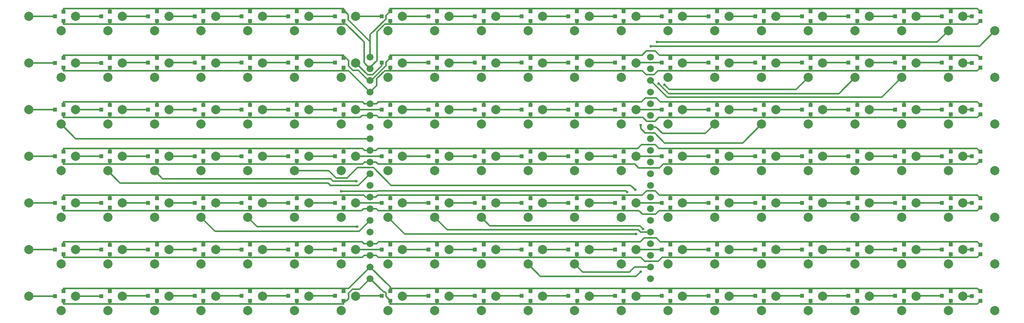
<source format=gtl>
G04 #@! TF.GenerationSoftware,KiCad,Pcbnew,8.0.6-8.0.6-0~ubuntu24.04.1*
G04 #@! TF.CreationDate,2024-11-10T23:39:51-05:00*
G04 #@! TF.ProjectId,array,61727261-792e-46b6-9963-61645f706362,rev?*
G04 #@! TF.SameCoordinates,Original*
G04 #@! TF.FileFunction,Copper,L1,Top*
G04 #@! TF.FilePolarity,Positive*
%FSLAX46Y46*%
G04 Gerber Fmt 4.6, Leading zero omitted, Abs format (unit mm)*
G04 Created by KiCad (PCBNEW 8.0.6-8.0.6-0~ubuntu24.04.1) date 2024-11-10 23:39:51*
%MOMM*%
%LPD*%
G01*
G04 APERTURE LIST*
G04 #@! TA.AperFunction,SMDPad,CuDef*
%ADD10R,0.889000X0.812800*%
G04 #@! TD*
G04 #@! TA.AperFunction,ComponentPad*
%ADD11C,1.500000*%
G04 #@! TD*
G04 #@! TA.AperFunction,ComponentPad*
%ADD12C,2.000000*%
G04 #@! TD*
G04 #@! TA.AperFunction,ViaPad*
%ADD13C,0.600000*%
G04 #@! TD*
G04 #@! TA.AperFunction,Conductor*
%ADD14C,0.300000*%
G04 #@! TD*
G04 APERTURE END LIST*
D10*
X168082499Y-92499999D03*
X168082499Y-90450001D03*
X166192500Y-91475000D03*
D11*
X123122500Y-107970000D03*
X123122500Y-105430000D03*
X123122500Y-102890000D03*
X123122500Y-100350000D03*
X123122500Y-97810000D03*
X123122500Y-95270000D03*
X123122500Y-92730000D03*
X123122500Y-90190000D03*
X123122500Y-87650000D03*
X123122500Y-85110000D03*
X123122500Y-82570000D03*
X123122500Y-80030000D03*
X123122500Y-77490000D03*
X123122500Y-74950000D03*
X123122500Y-72410000D03*
X123122500Y-69870000D03*
X123122500Y-67330000D03*
X123122500Y-64790000D03*
X123122500Y-62250000D03*
X123122500Y-59710000D03*
D10*
X208682499Y-61999999D03*
X208682499Y-59950001D03*
X206792500Y-60975000D03*
X107184999Y-82349999D03*
X107184999Y-80300001D03*
X105295000Y-81325000D03*
X168084999Y-112799999D03*
X168084999Y-110750001D03*
X166195000Y-111775000D03*
X208682499Y-92499999D03*
X208682499Y-90450001D03*
X206792500Y-91475000D03*
X56442499Y-82359999D03*
X56442499Y-80310001D03*
X54552500Y-81335000D03*
X56442499Y-92509999D03*
X56442499Y-90460001D03*
X54552500Y-91485000D03*
D12*
X69227500Y-50825000D03*
X69227500Y-60985000D03*
X69227500Y-71145000D03*
X69227500Y-81305000D03*
X69227500Y-91465000D03*
X69227500Y-101625000D03*
X69227500Y-111785000D03*
X76227500Y-54025000D03*
X76227500Y-64185000D03*
X76227500Y-74345000D03*
X76227500Y-84505000D03*
X76227500Y-94665000D03*
X76227500Y-104825000D03*
X76227500Y-114985000D03*
D10*
X117334999Y-72199999D03*
X117334999Y-70150001D03*
X115445000Y-71175000D03*
X255757499Y-102659999D03*
X255757499Y-100610001D03*
X253867500Y-101635000D03*
X239132499Y-51849999D03*
X239132499Y-49800001D03*
X237242500Y-50825000D03*
X218834999Y-112799999D03*
X218834999Y-110750001D03*
X216945000Y-111775000D03*
X56442499Y-62009999D03*
X56442499Y-59960001D03*
X54552500Y-60985000D03*
X137634999Y-92499999D03*
X137634999Y-90450001D03*
X135745000Y-91475000D03*
X76737499Y-112799999D03*
X76737499Y-110750001D03*
X74847500Y-111775000D03*
X239134999Y-112799999D03*
X239134999Y-110750001D03*
X237245000Y-111775000D03*
X255759999Y-82359999D03*
X255759999Y-80310001D03*
X253870000Y-81335000D03*
X97032499Y-102649999D03*
X97032499Y-100600001D03*
X95142500Y-101625000D03*
X147784999Y-82349999D03*
X147784999Y-80300001D03*
X145895000Y-81325000D03*
X56439999Y-102659999D03*
X56439999Y-100610001D03*
X54550000Y-101635000D03*
X86884999Y-82349999D03*
X86884999Y-80300001D03*
X84995000Y-81325000D03*
X198529999Y-102649999D03*
X198529999Y-100600001D03*
X196640000Y-101625000D03*
X208682499Y-82349999D03*
X208682499Y-80300001D03*
X206792500Y-81325000D03*
D12*
X119977500Y-50825000D03*
X119977500Y-60985000D03*
X119977500Y-71145000D03*
X119977500Y-81305000D03*
X119977500Y-91465000D03*
X119977500Y-101625000D03*
X119977500Y-111785000D03*
X126977500Y-54025000D03*
X126977500Y-64185000D03*
X126977500Y-74345000D03*
X126977500Y-84505000D03*
X126977500Y-94665000D03*
X126977500Y-104825000D03*
X126977500Y-114985000D03*
D10*
X97034999Y-61999999D03*
X97034999Y-59950001D03*
X95145000Y-60975000D03*
D12*
X48950000Y-50825000D03*
X48950000Y-60985000D03*
X48950000Y-71145000D03*
X48950000Y-81305000D03*
X48950000Y-91465000D03*
X48950000Y-101625000D03*
X48950000Y-111785000D03*
X55950000Y-54025000D03*
X55950000Y-64185000D03*
X55950000Y-74345000D03*
X55950000Y-84505000D03*
X55950000Y-94665000D03*
X55950000Y-104825000D03*
X55950000Y-114985000D03*
D10*
X76732499Y-102649999D03*
X76732499Y-100600001D03*
X74842500Y-101625000D03*
X208679999Y-102649999D03*
X208679999Y-100600001D03*
X206790000Y-101625000D03*
D12*
X251925000Y-50825000D03*
X251925000Y-60985000D03*
X251925000Y-71145000D03*
X251925000Y-81305000D03*
X251925000Y-91465000D03*
X251925000Y-101625000D03*
X251925000Y-111785000D03*
X258925000Y-54025000D03*
X258925000Y-64185000D03*
X258925000Y-74345000D03*
X258925000Y-84505000D03*
X258925000Y-94665000D03*
X258925000Y-104825000D03*
X258925000Y-114985000D03*
D10*
X137634999Y-61999999D03*
X137634999Y-59950001D03*
X135745000Y-60975000D03*
X239129999Y-102649999D03*
X239129999Y-100600001D03*
X237240000Y-101625000D03*
X66542499Y-82359999D03*
X66542499Y-80310001D03*
X64652500Y-81335000D03*
X255762499Y-112809999D03*
X255762499Y-110760001D03*
X253872500Y-111785000D03*
X228979999Y-102649999D03*
X228979999Y-100600001D03*
X227090000Y-101625000D03*
D12*
X140277500Y-50825000D03*
X140277500Y-60985000D03*
X140277500Y-71145000D03*
X140277500Y-81305000D03*
X140277500Y-91465000D03*
X140277500Y-101625000D03*
X140277500Y-111785000D03*
X147277500Y-54025000D03*
X147277500Y-64185000D03*
X147277500Y-74345000D03*
X147277500Y-84505000D03*
X147277500Y-94665000D03*
X147277500Y-104825000D03*
X147277500Y-114985000D03*
D10*
X249284999Y-112799999D03*
X249284999Y-110750001D03*
X247395000Y-111775000D03*
X168082499Y-61999999D03*
X168082499Y-59950001D03*
X166192500Y-60975000D03*
X249282499Y-82349999D03*
X249282499Y-80300001D03*
X247392500Y-81325000D03*
D12*
X160575000Y-50825000D03*
X160575000Y-60985000D03*
X160575000Y-71145000D03*
X160575000Y-81305000D03*
X160575000Y-91465000D03*
X160575000Y-101625000D03*
X160575000Y-111785000D03*
X167575000Y-54025000D03*
X167575000Y-64185000D03*
X167575000Y-74345000D03*
X167575000Y-84505000D03*
X167575000Y-94665000D03*
X167575000Y-104825000D03*
X167575000Y-114985000D03*
X130127500Y-50825000D03*
X130127500Y-60985000D03*
X130127500Y-71145000D03*
X130127500Y-81305000D03*
X130127500Y-91465000D03*
X130127500Y-101625000D03*
X130127500Y-111785000D03*
X137127500Y-54025000D03*
X137127500Y-64185000D03*
X137127500Y-74345000D03*
X137127500Y-84505000D03*
X137127500Y-94665000D03*
X137127500Y-104825000D03*
X137127500Y-114985000D03*
X79377500Y-50825000D03*
X79377500Y-60985000D03*
X79377500Y-71145000D03*
X79377500Y-81305000D03*
X79377500Y-91465000D03*
X79377500Y-101625000D03*
X79377500Y-111785000D03*
X86377500Y-54025000D03*
X86377500Y-64185000D03*
X86377500Y-74345000D03*
X86377500Y-84505000D03*
X86377500Y-94665000D03*
X86377500Y-104825000D03*
X86377500Y-114985000D03*
D10*
X117334999Y-92499999D03*
X117334999Y-90450001D03*
X115445000Y-91475000D03*
X178232499Y-82349999D03*
X178232499Y-80300001D03*
X176342500Y-81325000D03*
X127484999Y-51849999D03*
X127484999Y-49800001D03*
X125595000Y-50825000D03*
D12*
X211325000Y-50825000D03*
X211325000Y-60985000D03*
X211325000Y-71145000D03*
X211325000Y-81305000D03*
X211325000Y-91465000D03*
X211325000Y-101625000D03*
X211325000Y-111785000D03*
X218325000Y-54025000D03*
X218325000Y-64185000D03*
X218325000Y-74345000D03*
X218325000Y-84505000D03*
X218325000Y-94665000D03*
X218325000Y-104825000D03*
X218325000Y-114985000D03*
X180875000Y-50825000D03*
X180875000Y-60985000D03*
X180875000Y-71145000D03*
X180875000Y-81305000D03*
X180875000Y-91465000D03*
X180875000Y-101625000D03*
X180875000Y-111785000D03*
X187875000Y-54025000D03*
X187875000Y-64185000D03*
X187875000Y-74345000D03*
X187875000Y-84505000D03*
X187875000Y-94665000D03*
X187875000Y-104825000D03*
X187875000Y-114985000D03*
D10*
X198532499Y-82349999D03*
X198532499Y-80300001D03*
X196642500Y-81325000D03*
X117332499Y-102649999D03*
X117332499Y-100600001D03*
X115442500Y-101625000D03*
X86884999Y-72199999D03*
X86884999Y-70150001D03*
X84995000Y-71175000D03*
D12*
X241775000Y-50825000D03*
X241775000Y-60985000D03*
X241775000Y-71145000D03*
X241775000Y-81305000D03*
X241775000Y-91465000D03*
X241775000Y-101625000D03*
X241775000Y-111785000D03*
X248775000Y-54025000D03*
X248775000Y-64185000D03*
X248775000Y-74345000D03*
X248775000Y-84505000D03*
X248775000Y-94665000D03*
X248775000Y-104825000D03*
X248775000Y-114985000D03*
D10*
X249282499Y-92499999D03*
X249282499Y-90450001D03*
X247392500Y-91475000D03*
X249282499Y-61999999D03*
X249282499Y-59950001D03*
X247392500Y-60975000D03*
D12*
X109827500Y-50825000D03*
X109827500Y-60985000D03*
X109827500Y-71145000D03*
X109827500Y-81305000D03*
X109827500Y-91465000D03*
X109827500Y-101625000D03*
X109827500Y-111785000D03*
X116827500Y-54025000D03*
X116827500Y-64185000D03*
X116827500Y-74345000D03*
X116827500Y-84505000D03*
X116827500Y-94665000D03*
X116827500Y-104825000D03*
X116827500Y-114985000D03*
D10*
X228982499Y-61999999D03*
X228982499Y-59950001D03*
X227092500Y-60975000D03*
X86887499Y-112799999D03*
X86887499Y-110750001D03*
X84997500Y-111775000D03*
D12*
X59100000Y-50825000D03*
X59100000Y-60985000D03*
X59100000Y-71145000D03*
X59100000Y-81305000D03*
X59100000Y-91465000D03*
X59100000Y-101625000D03*
X59100000Y-111785000D03*
X66100000Y-54025000D03*
X66100000Y-64185000D03*
X66100000Y-74345000D03*
X66100000Y-84505000D03*
X66100000Y-94665000D03*
X66100000Y-104825000D03*
X66100000Y-114985000D03*
D10*
X188382499Y-82349999D03*
X188382499Y-80300001D03*
X186492500Y-81325000D03*
X249282499Y-72199999D03*
X249282499Y-70150001D03*
X247392500Y-71175000D03*
X147784999Y-72199999D03*
X147784999Y-70150001D03*
X145895000Y-71175000D03*
X107187499Y-112799999D03*
X107187499Y-110750001D03*
X105297500Y-111775000D03*
X66544999Y-112809999D03*
X66544999Y-110760001D03*
X64655000Y-111785000D03*
X76734999Y-72199999D03*
X76734999Y-70150001D03*
X74845000Y-71175000D03*
X157929999Y-102649999D03*
X157929999Y-100600001D03*
X156040000Y-101625000D03*
X157932499Y-51849999D03*
X157932499Y-49800001D03*
X156042500Y-50825000D03*
X198532499Y-61999999D03*
X198532499Y-59950001D03*
X196642500Y-60975000D03*
X147784999Y-61999999D03*
X147784999Y-59950001D03*
X145895000Y-60975000D03*
X97034999Y-72199999D03*
X97034999Y-70150001D03*
X95145000Y-71175000D03*
X218832499Y-61999999D03*
X218832499Y-59950001D03*
X216942500Y-60975000D03*
X127484999Y-61999999D03*
X127484999Y-59950001D03*
X125595000Y-60975000D03*
X178232499Y-51849999D03*
X178232499Y-49800001D03*
X176342500Y-50825000D03*
D12*
X99677500Y-50825000D03*
X99677500Y-60985000D03*
X99677500Y-71145000D03*
X99677500Y-81305000D03*
X99677500Y-91465000D03*
X99677500Y-101625000D03*
X99677500Y-111785000D03*
X106677500Y-54025000D03*
X106677500Y-64185000D03*
X106677500Y-74345000D03*
X106677500Y-84505000D03*
X106677500Y-94665000D03*
X106677500Y-104825000D03*
X106677500Y-114985000D03*
D10*
X218832499Y-82349999D03*
X218832499Y-80300001D03*
X216942500Y-81325000D03*
X127484999Y-92499999D03*
X127484999Y-90450001D03*
X125595000Y-91475000D03*
X239132499Y-82349999D03*
X239132499Y-80300001D03*
X237242500Y-81325000D03*
X228982499Y-82349999D03*
X228982499Y-80300001D03*
X227092500Y-81325000D03*
X66542499Y-62009999D03*
X66542499Y-59960001D03*
X64652500Y-60985000D03*
X56442499Y-51859999D03*
X56442499Y-49810001D03*
X54552500Y-50835000D03*
D12*
X231625000Y-50825000D03*
X231625000Y-60985000D03*
X231625000Y-71145000D03*
X231625000Y-81305000D03*
X231625000Y-91465000D03*
X231625000Y-101625000D03*
X231625000Y-111785000D03*
X238625000Y-54025000D03*
X238625000Y-64185000D03*
X238625000Y-74345000D03*
X238625000Y-84505000D03*
X238625000Y-94665000D03*
X238625000Y-104825000D03*
X238625000Y-114985000D03*
D10*
X66539999Y-102659999D03*
X66539999Y-100610001D03*
X64650000Y-101635000D03*
D12*
X89527500Y-50825000D03*
X89527500Y-60985000D03*
X89527500Y-71145000D03*
X89527500Y-81305000D03*
X89527500Y-91465000D03*
X89527500Y-101625000D03*
X89527500Y-111785000D03*
X96527500Y-54025000D03*
X96527500Y-64185000D03*
X96527500Y-74345000D03*
X96527500Y-84505000D03*
X96527500Y-94665000D03*
X96527500Y-104825000D03*
X96527500Y-114985000D03*
D10*
X188384999Y-112799999D03*
X188384999Y-110750001D03*
X186495000Y-111775000D03*
X117334999Y-61999999D03*
X117334999Y-59950001D03*
X115445000Y-60975000D03*
X66542499Y-72209999D03*
X66542499Y-70160001D03*
X64652500Y-71185000D03*
D12*
X170725000Y-50825000D03*
X170725000Y-60985000D03*
X170725000Y-71145000D03*
X170725000Y-81305000D03*
X170725000Y-91465000D03*
X170725000Y-101625000D03*
X170725000Y-111785000D03*
X177725000Y-54025000D03*
X177725000Y-64185000D03*
X177725000Y-74345000D03*
X177725000Y-84505000D03*
X177725000Y-94665000D03*
X177725000Y-104825000D03*
X177725000Y-114985000D03*
D10*
X208684999Y-112799999D03*
X208684999Y-110750001D03*
X206795000Y-111775000D03*
X188382499Y-51849999D03*
X188382499Y-49800001D03*
X186492500Y-50825000D03*
X86884999Y-51849999D03*
X86884999Y-49800001D03*
X84995000Y-50825000D03*
X76734999Y-92499999D03*
X76734999Y-90450001D03*
X74845000Y-91475000D03*
X86882499Y-102649999D03*
X86882499Y-100600001D03*
X84992500Y-101625000D03*
X76734999Y-51849999D03*
X76734999Y-49800001D03*
X74845000Y-50825000D03*
X157934999Y-112799999D03*
X157934999Y-110750001D03*
X156045000Y-111775000D03*
X168079999Y-102649999D03*
X168079999Y-100600001D03*
X166190000Y-101625000D03*
X157932499Y-82349999D03*
X157932499Y-80300001D03*
X156042500Y-81325000D03*
D12*
X191025000Y-50825000D03*
X191025000Y-60985000D03*
X191025000Y-71145000D03*
X191025000Y-81305000D03*
X191025000Y-91465000D03*
X191025000Y-101625000D03*
X191025000Y-111785000D03*
X198025000Y-54025000D03*
X198025000Y-64185000D03*
X198025000Y-74345000D03*
X198025000Y-84505000D03*
X198025000Y-94665000D03*
X198025000Y-104825000D03*
X198025000Y-114985000D03*
D10*
X127482499Y-102649999D03*
X127482499Y-100600001D03*
X125592500Y-101625000D03*
X198532499Y-72199999D03*
X198532499Y-70150001D03*
X196642500Y-71175000D03*
X157932499Y-72199999D03*
X157932499Y-70150001D03*
X156042500Y-71175000D03*
X137632499Y-102649999D03*
X137632499Y-100600001D03*
X135742500Y-101625000D03*
X107184999Y-92499999D03*
X107184999Y-90450001D03*
X105295000Y-91475000D03*
X86884999Y-61999999D03*
X86884999Y-59950001D03*
X84995000Y-60975000D03*
X198532499Y-92499999D03*
X198532499Y-90450001D03*
X196642500Y-91475000D03*
X127484999Y-72199999D03*
X127484999Y-70150001D03*
X125595000Y-71175000D03*
X255759999Y-72209999D03*
X255759999Y-70160001D03*
X253870000Y-71185000D03*
X208682499Y-51849999D03*
X208682499Y-49800001D03*
X206792500Y-50825000D03*
X249282499Y-51849999D03*
X249282499Y-49800001D03*
X247392500Y-50825000D03*
X127484999Y-82349999D03*
X127484999Y-80300001D03*
X125595000Y-81325000D03*
X178234999Y-112799999D03*
X178234999Y-110750001D03*
X176345000Y-111775000D03*
X107184999Y-61999999D03*
X107184999Y-59950001D03*
X105295000Y-60975000D03*
X228982499Y-51849999D03*
X228982499Y-49800001D03*
X227092500Y-50825000D03*
D12*
X150425000Y-50825000D03*
X150425000Y-60985000D03*
X150425000Y-71145000D03*
X150425000Y-81305000D03*
X150425000Y-91465000D03*
X150425000Y-101625000D03*
X150425000Y-111785000D03*
X157425000Y-54025000D03*
X157425000Y-64185000D03*
X157425000Y-74345000D03*
X157425000Y-84505000D03*
X157425000Y-94665000D03*
X157425000Y-104825000D03*
X157425000Y-114985000D03*
D11*
X184022500Y-59710000D03*
X184022500Y-62250000D03*
X184022500Y-64790000D03*
X184022500Y-67330000D03*
X184022500Y-69870000D03*
X184022500Y-72410000D03*
X184022500Y-74950000D03*
X184022500Y-77490000D03*
X184022500Y-80030000D03*
X184022500Y-82570000D03*
X184022500Y-85110000D03*
X184022500Y-87650000D03*
X184022500Y-90190000D03*
X184022500Y-92730000D03*
X184022500Y-95270000D03*
X184022500Y-97810000D03*
X184022500Y-100350000D03*
X184022500Y-102890000D03*
X184022500Y-105430000D03*
X184022500Y-107970000D03*
D10*
X137634999Y-72199999D03*
X137634999Y-70150001D03*
X135745000Y-71175000D03*
X218832499Y-51849999D03*
X218832499Y-49800001D03*
X216942500Y-50825000D03*
X178232499Y-72199999D03*
X178232499Y-70150001D03*
X176342500Y-71175000D03*
X255759999Y-62009999D03*
X255759999Y-59960001D03*
X253870000Y-60985000D03*
X255759999Y-92509999D03*
X255759999Y-90460001D03*
X253870000Y-91485000D03*
X228982499Y-92499999D03*
X228982499Y-90450001D03*
X227092500Y-91475000D03*
X255759999Y-51859999D03*
X255759999Y-49810001D03*
X253870000Y-50835000D03*
X218832499Y-92499999D03*
X218832499Y-90450001D03*
X216942500Y-91475000D03*
X147782499Y-102649999D03*
X147782499Y-100600001D03*
X145892500Y-101625000D03*
X137634999Y-82349999D03*
X137634999Y-80300001D03*
X135745000Y-81325000D03*
X218829999Y-102649999D03*
X218829999Y-100600001D03*
X216940000Y-101625000D03*
X66542499Y-51859999D03*
X66542499Y-49810001D03*
X64652500Y-50835000D03*
X127487499Y-112799999D03*
X127487499Y-110750001D03*
X125597500Y-111775000D03*
X117334999Y-51849999D03*
X117334999Y-49800001D03*
X115445000Y-50825000D03*
X107184999Y-72199999D03*
X107184999Y-70150001D03*
X105295000Y-71175000D03*
X137634999Y-51849999D03*
X137634999Y-49800001D03*
X135745000Y-50825000D03*
X249279999Y-102649999D03*
X249279999Y-100600001D03*
X247390000Y-101625000D03*
X117337499Y-112799999D03*
X117337499Y-110750001D03*
X115447500Y-111775000D03*
X218832499Y-72199999D03*
X218832499Y-70150001D03*
X216942500Y-71175000D03*
X157932499Y-61999999D03*
X157932499Y-59950001D03*
X156042500Y-60975000D03*
X188382499Y-61999999D03*
X188382499Y-59950001D03*
X186492500Y-60975000D03*
X198534999Y-112799999D03*
X198534999Y-110750001D03*
X196645000Y-111775000D03*
X239132499Y-72199999D03*
X239132499Y-70150001D03*
X237242500Y-71175000D03*
X66542499Y-92509999D03*
X66542499Y-90460001D03*
X64652500Y-91485000D03*
X86884999Y-92499999D03*
X86884999Y-90450001D03*
X84995000Y-91475000D03*
X228982499Y-72199999D03*
X228982499Y-70150001D03*
X227092500Y-71175000D03*
D12*
X201175000Y-50825000D03*
X201175000Y-60985000D03*
X201175000Y-71145000D03*
X201175000Y-81305000D03*
X201175000Y-91465000D03*
X201175000Y-101625000D03*
X201175000Y-111785000D03*
X208175000Y-54025000D03*
X208175000Y-64185000D03*
X208175000Y-74345000D03*
X208175000Y-84505000D03*
X208175000Y-94665000D03*
X208175000Y-104825000D03*
X208175000Y-114985000D03*
D10*
X178229999Y-102649999D03*
X178229999Y-100600001D03*
X176340000Y-101625000D03*
X56444999Y-112809999D03*
X56444999Y-110760001D03*
X54555000Y-111785000D03*
X117334999Y-82349999D03*
X117334999Y-80300001D03*
X115445000Y-81325000D03*
D12*
X221475000Y-50825000D03*
X221475000Y-60985000D03*
X221475000Y-71145000D03*
X221475000Y-81305000D03*
X221475000Y-91465000D03*
X221475000Y-101625000D03*
X221475000Y-111785000D03*
X228475000Y-54025000D03*
X228475000Y-64185000D03*
X228475000Y-74345000D03*
X228475000Y-84505000D03*
X228475000Y-94665000D03*
X228475000Y-104825000D03*
X228475000Y-114985000D03*
D10*
X188382499Y-72199999D03*
X188382499Y-70150001D03*
X186492500Y-71175000D03*
X228984999Y-112799999D03*
X228984999Y-110750001D03*
X227095000Y-111775000D03*
X97034999Y-82349999D03*
X97034999Y-80300001D03*
X95145000Y-81325000D03*
X188379999Y-102649999D03*
X188379999Y-100600001D03*
X186490000Y-101625000D03*
X188382499Y-92499999D03*
X188382499Y-90450001D03*
X186492500Y-91475000D03*
X208682499Y-72199999D03*
X208682499Y-70150001D03*
X206792500Y-71175000D03*
X97034999Y-51849999D03*
X97034999Y-49800001D03*
X95145000Y-50825000D03*
X168082499Y-72199999D03*
X168082499Y-70150001D03*
X166192500Y-71175000D03*
X97034999Y-92499999D03*
X97034999Y-90450001D03*
X95145000Y-91475000D03*
X147787499Y-112799999D03*
X147787499Y-110750001D03*
X145897500Y-111775000D03*
X107182499Y-102649999D03*
X107182499Y-100600001D03*
X105292500Y-101625000D03*
X56442499Y-72209999D03*
X56442499Y-70160001D03*
X54552500Y-71185000D03*
X168082499Y-51849999D03*
X168082499Y-49800001D03*
X166192500Y-50825000D03*
X168082499Y-82349999D03*
X168082499Y-80300001D03*
X166192500Y-81325000D03*
X137637499Y-112799999D03*
X137637499Y-110750001D03*
X135747500Y-111775000D03*
X107184999Y-51849999D03*
X107184999Y-49800001D03*
X105295000Y-50825000D03*
X178232499Y-61999999D03*
X178232499Y-59950001D03*
X176342500Y-60975000D03*
X76734999Y-61999999D03*
X76734999Y-59950001D03*
X74845000Y-60975000D03*
X147784999Y-51849999D03*
X147784999Y-49800001D03*
X145895000Y-50825000D03*
X239132499Y-61999999D03*
X239132499Y-59950001D03*
X237242500Y-60975000D03*
X239132499Y-92499999D03*
X239132499Y-90450001D03*
X237242500Y-91475000D03*
X147784999Y-92499999D03*
X147784999Y-90450001D03*
X145895000Y-91475000D03*
X198532499Y-51849999D03*
X198532499Y-49800001D03*
X196642500Y-50825000D03*
X76734999Y-82349999D03*
X76734999Y-80300001D03*
X74845000Y-81325000D03*
X97037499Y-112799999D03*
X97037499Y-110750001D03*
X95147500Y-111775000D03*
X157932499Y-92499999D03*
X157932499Y-90450001D03*
X156042500Y-91475000D03*
X178232499Y-92499999D03*
X178232499Y-90450001D03*
X176342500Y-91475000D03*
D13*
X181910000Y-106450000D03*
X120160000Y-86780000D03*
X181940000Y-74600000D03*
X178965000Y-89105000D03*
X116830000Y-88930000D03*
X184160000Y-57390000D03*
X185490000Y-56460000D03*
X185830000Y-65510000D03*
X182460000Y-97200000D03*
X180720000Y-88620000D03*
X120300000Y-96650000D03*
X187080000Y-65800000D03*
X180900000Y-98250000D03*
D14*
X127484999Y-51849999D02*
X127475000Y-51859998D01*
X127475000Y-51859998D02*
X127475000Y-52535000D01*
X127475000Y-52535000D02*
X126297500Y-52535000D01*
X126297500Y-52535000D02*
X124572500Y-54260000D01*
X124572500Y-54260000D02*
X124572500Y-60537500D01*
X124572500Y-60537500D02*
X123122500Y-61987500D01*
X123122500Y-61987500D02*
X123122500Y-62250000D01*
X69240000Y-81325000D02*
X74845000Y-81325000D01*
X186670000Y-76380000D02*
X185240000Y-74950000D01*
X147775000Y-52535000D02*
X147775000Y-51859998D01*
X178225000Y-113485000D02*
X188375000Y-113485000D01*
X178229999Y-100600001D02*
X178229999Y-99944999D01*
X249272500Y-72209998D02*
X249282499Y-72199999D01*
X86875000Y-52535000D02*
X86875000Y-51859998D01*
X56442499Y-72879999D02*
X56447500Y-72885000D01*
X228925000Y-113485000D02*
X239125000Y-113485000D01*
X79390000Y-71175000D02*
X84995000Y-71175000D01*
X208622500Y-89785000D02*
X218822500Y-89785000D01*
X107125000Y-89785000D02*
X117325000Y-89785000D01*
X76734999Y-72199999D02*
X76734999Y-72875001D01*
X127475000Y-89785000D02*
X124722500Y-89785000D01*
X228922500Y-69485000D02*
X239122500Y-69485000D01*
X137634999Y-69494999D02*
X137625000Y-69485000D01*
X168072500Y-72209998D02*
X168082499Y-72199999D01*
X56444999Y-110760001D02*
X56444999Y-110090001D01*
X150440000Y-111775000D02*
X156045000Y-111775000D01*
X107175000Y-51859998D02*
X107184999Y-51849999D01*
X76727500Y-110085000D02*
X86877500Y-110085000D01*
X157932499Y-80300001D02*
X157932499Y-79644999D01*
X178229999Y-103325001D02*
X178220000Y-103335000D01*
X181940000Y-74600000D02*
X181940000Y-75280000D01*
X170737500Y-50825000D02*
X176342500Y-50825000D01*
X239132499Y-59294999D02*
X239122500Y-59285000D01*
X188322500Y-52535000D02*
X198522500Y-52535000D01*
X120572500Y-87660000D02*
X123122500Y-85110000D01*
X208622500Y-83035000D02*
X218822500Y-83035000D01*
X178232499Y-72199999D02*
X178232499Y-72875001D01*
X198532499Y-59950001D02*
X198532499Y-59294999D01*
X168022500Y-83035000D02*
X178222500Y-83035000D01*
X180622500Y-83035000D02*
X181447500Y-83860000D01*
X168025000Y-110085000D02*
X178225000Y-110085000D01*
X157932499Y-82349999D02*
X157932499Y-83025001D01*
X127425000Y-89785000D02*
X137625000Y-89785000D01*
X117332499Y-100600001D02*
X117332499Y-99944999D01*
X249260002Y-72885000D02*
X255072500Y-72885000D01*
X137634999Y-59294999D02*
X137625000Y-59285000D01*
X239132499Y-90450001D02*
X239132499Y-89794999D01*
X123672500Y-63560000D02*
X125595000Y-61637500D01*
X178234999Y-110750001D02*
X178234999Y-110094999D01*
X127475000Y-93185000D02*
X124872500Y-93185000D01*
X79390000Y-91475000D02*
X84995000Y-91475000D01*
X185830000Y-65510000D02*
X188000000Y-67680000D01*
X130140000Y-71175000D02*
X135745000Y-71175000D01*
X198532499Y-59294999D02*
X198522500Y-59285000D01*
X255072500Y-93185000D02*
X255747501Y-92509999D01*
X178232499Y-80300001D02*
X178232499Y-79644999D01*
X121722500Y-89785000D02*
X122127500Y-90190000D01*
X137625000Y-69485000D02*
X124872500Y-69485000D01*
X231637500Y-71175000D02*
X237242500Y-71175000D01*
X221487500Y-91475000D02*
X227092500Y-91475000D01*
X86825000Y-69485000D02*
X97025000Y-69485000D01*
X249272500Y-92509998D02*
X249282499Y-92499999D01*
X255047500Y-110085000D02*
X255722501Y-110760001D01*
X69242500Y-111775000D02*
X74847500Y-111775000D01*
X208670000Y-102659998D02*
X208679999Y-102649999D01*
X114500000Y-86260000D02*
X77982500Y-86260000D01*
X178232499Y-72875001D02*
X182412501Y-72875001D01*
X86872500Y-99935000D02*
X86872500Y-100590002D01*
X208672500Y-89785000D02*
X208672500Y-90440002D01*
X76734999Y-82349999D02*
X76734999Y-83025001D01*
X239125000Y-113485000D02*
X249275000Y-113485000D01*
X140290000Y-60975000D02*
X145895000Y-60975000D01*
X117334999Y-89794999D02*
X117325000Y-89785000D01*
X114135000Y-84505000D02*
X106677500Y-84505000D01*
X249272500Y-59285000D02*
X249272500Y-59940002D01*
X66497500Y-59915002D02*
X66542499Y-59960001D01*
X127484999Y-61999999D02*
X127475000Y-62009998D01*
X228972500Y-62685000D02*
X228972500Y-62009998D01*
X86825000Y-79635000D02*
X97025000Y-79635000D01*
X181447500Y-83860000D02*
X186022500Y-83860000D01*
X178232499Y-61999999D02*
X178232499Y-62675001D01*
X218829999Y-99944999D02*
X218820000Y-99935000D01*
X157932499Y-70150001D02*
X157932499Y-69494999D01*
X147722500Y-83035000D02*
X157922500Y-83035000D01*
X150435000Y-101625000D02*
X156040000Y-101625000D01*
X117332499Y-99944999D02*
X121357499Y-99944999D01*
X139842500Y-97380000D02*
X181380000Y-97380000D01*
X66497500Y-80265002D02*
X66542499Y-80310001D01*
X178710000Y-88850000D02*
X124800000Y-88850000D01*
X117334999Y-80300001D02*
X117334999Y-79644999D01*
X147777500Y-113485000D02*
X147777500Y-112809998D01*
X137637499Y-110750001D02*
X137637499Y-110094999D01*
X147725000Y-113485000D02*
X157925000Y-113485000D01*
X218820000Y-99935000D02*
X228970000Y-99935000D01*
X86875000Y-62685000D02*
X86875000Y-62009998D01*
X97025000Y-62685000D02*
X107175000Y-62685000D01*
X118372500Y-50535000D02*
X118372500Y-51610000D01*
X198522500Y-69485000D02*
X208672500Y-69485000D01*
X147775000Y-79635000D02*
X147775000Y-80290002D01*
X188325000Y-113485000D02*
X198525000Y-113485000D01*
X188372500Y-93185000D02*
X185922500Y-93185000D01*
X147777500Y-110740002D02*
X147787499Y-110750001D01*
X255072500Y-89785000D02*
X255747501Y-90460001D01*
X66500000Y-110715002D02*
X66544999Y-110760001D01*
X157929999Y-100600001D02*
X157929999Y-99944999D01*
X228972500Y-90440002D02*
X228982499Y-90450001D01*
X195990000Y-76380000D02*
X186670000Y-76380000D01*
X59047500Y-91485000D02*
X64652500Y-91485000D01*
X86827500Y-113485000D02*
X97027500Y-113485000D01*
X228972500Y-89785000D02*
X228972500Y-90440002D01*
X76734999Y-49800001D02*
X76734999Y-49144999D01*
X198532499Y-69494999D02*
X198522500Y-69485000D01*
X137634999Y-93175001D02*
X137625000Y-93185000D01*
X124487500Y-69870000D02*
X123122500Y-69870000D01*
X228975000Y-110740002D02*
X228984999Y-110750001D01*
X109840000Y-81325000D02*
X115445000Y-81325000D01*
X119272500Y-110310000D02*
X120782500Y-110310000D01*
X157932499Y-49800001D02*
X157932499Y-49144999D01*
X183147500Y-63535000D02*
X182297500Y-62685000D01*
X122727500Y-64790000D02*
X123122500Y-64790000D01*
X123342500Y-64790000D02*
X123122500Y-64790000D01*
X97027500Y-110085000D02*
X107177500Y-110085000D01*
X253857502Y-91485000D02*
X251922502Y-91485000D01*
X208622500Y-49135000D02*
X218822500Y-49135000D01*
X147772500Y-100590002D02*
X147782499Y-100600001D01*
X122552500Y-63560000D02*
X123672500Y-63560000D01*
X249260002Y-69485000D02*
X255072500Y-69485000D01*
X56450000Y-110085000D02*
X66500000Y-110085000D01*
X178232499Y-69494999D02*
X178222500Y-69485000D01*
X76734999Y-80300001D02*
X76734999Y-79644999D01*
X168072500Y-62685000D02*
X168072500Y-62009998D01*
X56442499Y-49140001D02*
X56447500Y-49135000D01*
X178232499Y-89794999D02*
X178222500Y-89785000D01*
X208675000Y-110085000D02*
X208675000Y-110740002D01*
X126547500Y-60887500D02*
X126547500Y-61585000D01*
X97034999Y-79644999D02*
X97025000Y-79635000D01*
X218832499Y-82349999D02*
X218832499Y-83025001D01*
X119992500Y-111775000D02*
X125597500Y-111775000D01*
X48947500Y-60985000D02*
X54552500Y-60985000D01*
X89540000Y-81325000D02*
X95145000Y-81325000D01*
X76722500Y-103335000D02*
X86872500Y-103335000D01*
X201187500Y-81325000D02*
X206792500Y-81325000D01*
X180885000Y-101625000D02*
X186490000Y-101625000D01*
X66497500Y-90415002D02*
X66542499Y-90460001D01*
X66497500Y-79635000D02*
X66497500Y-80265002D01*
X121357499Y-103325001D02*
X121792500Y-102890000D01*
X169300000Y-106550000D02*
X179440000Y-106550000D01*
X178232499Y-83025001D02*
X178222500Y-83035000D01*
X140290000Y-81325000D02*
X145895000Y-81325000D01*
X147775000Y-82359998D02*
X147784999Y-82349999D01*
X119397500Y-62635000D02*
X120572500Y-62635000D01*
X170737500Y-71175000D02*
X176342500Y-71175000D01*
X56442499Y-59290001D02*
X56447500Y-59285000D01*
X109840000Y-60975000D02*
X115445000Y-60975000D01*
X255084998Y-52535000D02*
X255759999Y-51859999D01*
X249272500Y-79635000D02*
X249272500Y-80290002D01*
X86877500Y-113485000D02*
X86877500Y-112809998D01*
X126547500Y-111110000D02*
X126297500Y-110860000D01*
X66550000Y-113485000D02*
X66550000Y-112815000D01*
X137634999Y-49144999D02*
X137625000Y-49135000D01*
X168070000Y-100590002D02*
X168079999Y-100600001D01*
X76732499Y-99944999D02*
X76722500Y-99935000D01*
X218834999Y-110750001D02*
X218834999Y-110094999D01*
X180887500Y-71175000D02*
X186492500Y-71175000D01*
X86875000Y-72209998D02*
X86884999Y-72199999D01*
X127477500Y-112809998D02*
X127487499Y-112799999D01*
X198522500Y-62685000D02*
X208672500Y-62685000D01*
X117332499Y-103325001D02*
X117322500Y-103335000D01*
X191037500Y-60975000D02*
X196642500Y-60975000D01*
X107125000Y-83035000D02*
X117325000Y-83035000D01*
X97025000Y-93185000D02*
X107175000Y-93185000D01*
X115030000Y-86790000D02*
X114500000Y-86260000D01*
X89537500Y-101625000D02*
X95142500Y-101625000D01*
X185047500Y-78760000D02*
X185922500Y-79635000D01*
X157925000Y-113485000D02*
X168075000Y-113485000D01*
X168022500Y-89785000D02*
X178222500Y-89785000D01*
X117325000Y-89785000D02*
X121722500Y-89785000D01*
X123122500Y-54860000D02*
X123122500Y-56685000D01*
X76737499Y-113475001D02*
X76727500Y-113485000D01*
X208675000Y-110740002D02*
X208684999Y-110750001D01*
X185347500Y-99085000D02*
X186197500Y-99935000D01*
X66547500Y-72215000D02*
X66542499Y-72209999D01*
X228972500Y-59285000D02*
X228972500Y-59940002D01*
X124720000Y-88930000D02*
X116830000Y-88930000D01*
X249272500Y-49135000D02*
X249272500Y-49790002D01*
X188372500Y-70140002D02*
X188382499Y-70150001D01*
X157922500Y-79635000D02*
X168072500Y-79635000D01*
X127427500Y-113485000D02*
X137627500Y-113485000D01*
X121887500Y-82570000D02*
X123122500Y-82570000D01*
X127484999Y-92499999D02*
X127475000Y-92509998D01*
X137634999Y-70150001D02*
X137634999Y-69494999D01*
X239122500Y-93185000D02*
X249272500Y-93185000D01*
X241787500Y-81325000D02*
X247392500Y-81325000D01*
X124822500Y-83035000D02*
X124357500Y-82570000D01*
X184022500Y-64790000D02*
X187722500Y-68490000D01*
X255047500Y-113485000D02*
X255722501Y-112809999D01*
X86877500Y-112809998D02*
X86887499Y-112799999D01*
X168072500Y-49790002D02*
X168082499Y-49800001D01*
X127425000Y-83035000D02*
X137625000Y-83035000D01*
X218832499Y-92499999D02*
X218832499Y-93175001D01*
X86875000Y-62009998D02*
X86884999Y-61999999D01*
X147722500Y-52535000D02*
X157922500Y-52535000D01*
X178232499Y-49144999D02*
X178222500Y-49135000D01*
X76734999Y-69494999D02*
X76725000Y-69485000D01*
X221485000Y-101625000D02*
X227090000Y-101625000D01*
X188375000Y-110740002D02*
X188384999Y-110750001D01*
X198532499Y-89794999D02*
X198522500Y-89785000D01*
X147772500Y-102659998D02*
X147782499Y-102649999D01*
X97034999Y-72875001D02*
X97025000Y-72885000D01*
X198532499Y-52525001D02*
X198522500Y-52535000D01*
X117334999Y-62675001D02*
X118467501Y-62675001D01*
X76734999Y-70150001D02*
X76734999Y-69494999D01*
X208625000Y-110085000D02*
X218825000Y-110085000D01*
X123122500Y-77490000D02*
X59095000Y-77490000D01*
X178222500Y-83035000D02*
X180622500Y-83035000D01*
X191040000Y-66810000D02*
X188090000Y-66810000D01*
X127690000Y-87650000D02*
X123870000Y-83830000D01*
X157922500Y-59285000D02*
X168072500Y-59285000D01*
X76722500Y-99935000D02*
X86872500Y-99935000D01*
X66547500Y-62685000D02*
X66547500Y-62015000D01*
X97034999Y-49800001D02*
X97034999Y-49144999D01*
X160587500Y-91475000D02*
X166192500Y-91475000D01*
X157922500Y-52535000D02*
X168072500Y-52535000D01*
X76734999Y-89794999D02*
X76725000Y-89785000D01*
X137625000Y-69485000D02*
X147775000Y-69485000D01*
X253782502Y-81335000D02*
X251847502Y-81335000D01*
X208672500Y-79635000D02*
X208672500Y-80290002D01*
X137634999Y-82349999D02*
X137634999Y-83025001D01*
X117337499Y-112799999D02*
X117982501Y-112799999D01*
X121762500Y-100350000D02*
X123122500Y-100350000D01*
X178232499Y-70150001D02*
X178232499Y-69494999D01*
X137625000Y-79635000D02*
X124747500Y-79635000D01*
X147775000Y-62685000D02*
X147775000Y-62009998D01*
X56442499Y-52529999D02*
X56447500Y-52535000D01*
X198522500Y-62685000D02*
X185647500Y-62685000D01*
X147775000Y-70140002D02*
X147784999Y-70150001D01*
X185097500Y-88910000D02*
X185972500Y-89785000D01*
X66497500Y-59285000D02*
X66497500Y-59915002D01*
X89540000Y-91475000D02*
X95145000Y-91475000D01*
X249272500Y-62685000D02*
X249272500Y-62009998D01*
X117337499Y-110094999D02*
X118457501Y-110094999D01*
X107175000Y-79635000D02*
X107175000Y-80290002D01*
X97025000Y-89785000D02*
X107175000Y-89785000D01*
X127475000Y-49790002D02*
X127484999Y-49800001D01*
X157922500Y-89785000D02*
X168072500Y-89785000D01*
X241787500Y-50825000D02*
X247392500Y-50825000D01*
X170737500Y-81325000D02*
X176342500Y-81325000D01*
X76725000Y-59285000D02*
X86875000Y-59285000D01*
X140290000Y-50825000D02*
X145895000Y-50825000D01*
X188325000Y-110085000D02*
X198525000Y-110085000D01*
X56444999Y-110090001D02*
X56450000Y-110085000D01*
X127484999Y-90450001D02*
X127475000Y-90440002D01*
X168072500Y-62009998D02*
X168082499Y-61999999D01*
X107172500Y-100590002D02*
X107182499Y-100600001D01*
X149082500Y-96470000D02*
X147277500Y-94665000D01*
X117334999Y-70150001D02*
X117334999Y-69494999D01*
X239125000Y-110085000D02*
X249275000Y-110085000D01*
X117334999Y-59950001D02*
X117334999Y-59294999D01*
X239132499Y-59950001D02*
X239132499Y-59294999D01*
X107125000Y-62685000D02*
X117325000Y-62685000D01*
X208670000Y-99935000D02*
X208670000Y-100590002D01*
X107125000Y-49135000D02*
X117325000Y-49135000D01*
X86875000Y-72885000D02*
X86875000Y-72209998D01*
X117337499Y-113475001D02*
X117327500Y-113485000D01*
X208672500Y-49790002D02*
X208682499Y-49800001D01*
X86825000Y-52535000D02*
X97025000Y-52535000D01*
X76725000Y-79635000D02*
X86875000Y-79635000D01*
X188372500Y-72209998D02*
X188382499Y-72199999D01*
X137622500Y-103335000D02*
X147772500Y-103335000D01*
X117334999Y-52525001D02*
X117325000Y-52535000D01*
X239132499Y-82349999D02*
X239132499Y-83025001D01*
X239132499Y-92499999D02*
X239132499Y-93175001D01*
X168072500Y-52535000D02*
X168072500Y-51859998D01*
X121372500Y-72410000D02*
X123122500Y-72410000D01*
X168025000Y-113485000D02*
X178225000Y-113485000D01*
X117334999Y-62675001D02*
X117325000Y-62685000D01*
X249260002Y-89785000D02*
X255072500Y-89785000D01*
X178232499Y-59950001D02*
X178232499Y-59294999D01*
X130142500Y-111775000D02*
X135747500Y-111775000D01*
X56442499Y-80310001D02*
X56442499Y-79640001D01*
X97025000Y-69485000D02*
X107175000Y-69485000D01*
X182412501Y-72875001D02*
X183222500Y-73685000D01*
X127472500Y-103335000D02*
X127472500Y-102659998D01*
X157922500Y-93185000D02*
X168072500Y-93185000D01*
X107172500Y-102659998D02*
X107182499Y-102649999D01*
X208672500Y-83035000D02*
X208672500Y-82359998D01*
X124800000Y-88850000D02*
X124720000Y-88930000D01*
X170737500Y-91475000D02*
X176342500Y-91475000D01*
X228920000Y-99935000D02*
X239120000Y-99935000D01*
X198522500Y-72885000D02*
X208672500Y-72885000D01*
X126297500Y-62685000D02*
X124547500Y-64435000D01*
X255072498Y-62685000D02*
X255747499Y-62009999D01*
X168022500Y-52535000D02*
X178222500Y-52535000D01*
X99687500Y-101625000D02*
X105292500Y-101625000D01*
X188372500Y-79635000D02*
X188372500Y-80290002D01*
X185997500Y-59285000D02*
X198522500Y-59285000D01*
X182072500Y-69485000D02*
X182947500Y-68610000D01*
X66495000Y-99935000D02*
X66495000Y-100565002D01*
X218822500Y-83035000D02*
X228972500Y-83035000D01*
X178232499Y-92499999D02*
X178232499Y-93175001D01*
X97025000Y-52535000D02*
X107175000Y-52535000D01*
X76737499Y-110750001D02*
X76737499Y-110094999D01*
X150437500Y-91475000D02*
X156042500Y-91475000D01*
X208672500Y-51859998D02*
X208682499Y-51849999D01*
X76737499Y-112799999D02*
X76737499Y-113475001D01*
X157932499Y-92499999D02*
X157932499Y-93175001D01*
X178232499Y-62675001D02*
X178222500Y-62685000D01*
X201187500Y-50825000D02*
X206792500Y-50825000D01*
X170735000Y-101625000D02*
X176340000Y-101625000D01*
X208672500Y-92509998D02*
X208682499Y-92499999D01*
X76737499Y-110094999D02*
X76727500Y-110085000D01*
X66525000Y-83035000D02*
X76725000Y-83035000D01*
X168072500Y-79635000D02*
X168072500Y-80290002D01*
X107175000Y-52535000D02*
X107175000Y-51859998D01*
X211337500Y-71175000D02*
X216942500Y-71175000D01*
X127475000Y-83035000D02*
X124822500Y-83035000D01*
X127484999Y-59950001D02*
X126547500Y-60887500D01*
X121432499Y-83025001D02*
X121887500Y-82570000D01*
X218832499Y-69494999D02*
X218822500Y-69485000D01*
X179750000Y-87650000D02*
X127690000Y-87650000D01*
X228972500Y-72209998D02*
X228982499Y-72199999D01*
X228975000Y-110085000D02*
X228975000Y-110740002D01*
X231637500Y-50825000D02*
X237242500Y-50825000D01*
X198529999Y-102649999D02*
X198529999Y-103325001D01*
X77982500Y-86260000D02*
X76227500Y-84505000D01*
X48947500Y-91485000D02*
X54552500Y-91485000D01*
X126297500Y-110860000D02*
X126012500Y-110860000D01*
X188375000Y-110085000D02*
X188375000Y-110740002D01*
X79390000Y-60975000D02*
X84995000Y-60975000D01*
X231637500Y-60975000D02*
X237242500Y-60975000D01*
X180887500Y-60975000D02*
X186492500Y-60975000D01*
X198532499Y-61999999D02*
X198532499Y-62675001D01*
X147775000Y-89785000D02*
X147775000Y-90440002D01*
X255072500Y-69485000D02*
X255747501Y-70160001D01*
X66525000Y-59285000D02*
X76725000Y-59285000D01*
X121357499Y-99944999D02*
X121762500Y-100350000D01*
X147725000Y-110085000D02*
X157925000Y-110085000D01*
X127425000Y-93185000D02*
X137625000Y-93185000D01*
X198522500Y-52535000D02*
X208672500Y-52535000D01*
X181862501Y-99944999D02*
X182722500Y-99085000D01*
X178232499Y-79644999D02*
X181212501Y-79644999D01*
X185047500Y-73685000D02*
X185847500Y-72885000D01*
X127487499Y-110750001D02*
X127477500Y-110740002D01*
X208672500Y-62009998D02*
X208682499Y-61999999D01*
X137637499Y-112799999D02*
X137637499Y-113475001D01*
X107175000Y-89785000D02*
X107175000Y-90440002D01*
X147720000Y-103335000D02*
X157920000Y-103335000D01*
X126572500Y-50712500D02*
X126572500Y-51410000D01*
X66525000Y-89785000D02*
X76725000Y-89785000D01*
X56447500Y-79635000D02*
X66497500Y-79635000D01*
X130140000Y-81325000D02*
X135745000Y-81325000D01*
X178232499Y-93175001D02*
X178222500Y-93185000D01*
X224980000Y-67680000D02*
X228475000Y-64185000D01*
X239129999Y-102649999D02*
X239129999Y-103325001D01*
X137127500Y-94665000D02*
X139842500Y-97380000D01*
X228922500Y-93185000D02*
X239122500Y-93185000D01*
X56442499Y-93179999D02*
X56447500Y-93185000D01*
X121822500Y-60950000D02*
X123122500Y-62250000D01*
X198534999Y-113475001D02*
X198525000Y-113485000D01*
X107125000Y-72885000D02*
X117325000Y-72885000D01*
X124357500Y-82570000D02*
X123122500Y-82570000D01*
X218829999Y-100600001D02*
X218829999Y-99944999D01*
X86825000Y-72885000D02*
X97025000Y-72885000D01*
X249185002Y-79635000D02*
X254997500Y-79635000D01*
X127425000Y-49135000D02*
X137625000Y-49135000D01*
X180900000Y-98250000D02*
X180880000Y-98270000D01*
X107125000Y-59285000D02*
X117325000Y-59285000D01*
X218832499Y-51849999D02*
X218832499Y-52525001D01*
X124532500Y-100350000D02*
X123122500Y-100350000D01*
X211337500Y-91475000D02*
X216942500Y-91475000D01*
X188322500Y-93185000D02*
X198522500Y-93185000D01*
X181212501Y-79644999D02*
X182097500Y-78760000D01*
X107175000Y-62685000D02*
X107175000Y-62009998D01*
X191040000Y-111775000D02*
X196645000Y-111775000D01*
X168022500Y-49135000D02*
X178222500Y-49135000D01*
X188372500Y-59940002D02*
X188382499Y-59950001D01*
X97025000Y-59285000D02*
X107175000Y-59285000D01*
X86872500Y-100590002D02*
X86882499Y-100600001D01*
X121247500Y-93185000D02*
X121702500Y-92730000D01*
X118422500Y-61660000D02*
X119397500Y-62635000D01*
X239132499Y-49800001D02*
X239132499Y-49144999D01*
X119990000Y-91475000D02*
X125595000Y-91475000D01*
X185322500Y-68610000D02*
X186197500Y-69485000D01*
X168072500Y-83035000D02*
X168072500Y-82359998D01*
X127472500Y-100590002D02*
X127482499Y-100600001D01*
X191037500Y-71175000D02*
X196642500Y-71175000D01*
X208672500Y-90440002D02*
X208682499Y-90450001D01*
X140287500Y-101625000D02*
X145892500Y-101625000D01*
X170740000Y-111775000D02*
X176345000Y-111775000D01*
X255072498Y-59285000D02*
X255747499Y-59960001D01*
X239132499Y-72199999D02*
X239132499Y-72875001D01*
X182747500Y-104185000D02*
X185747500Y-104185000D01*
X107175000Y-83035000D02*
X107175000Y-82359998D01*
X140290000Y-91475000D02*
X145895000Y-91475000D01*
X99690000Y-71175000D02*
X105295000Y-71175000D01*
X147775000Y-80290002D02*
X147784999Y-80300001D01*
X178229999Y-102649999D02*
X178229999Y-103325001D01*
X86875000Y-69485000D02*
X86875000Y-70140002D01*
X249260002Y-93185000D02*
X255072500Y-93185000D01*
X248775000Y-54025000D02*
X246340000Y-56460000D01*
X56442499Y-69490001D02*
X56447500Y-69485000D01*
X198525000Y-113485000D02*
X208675000Y-113485000D01*
X76734999Y-61999999D02*
X76734999Y-62675001D01*
X69240000Y-50825000D02*
X74845000Y-50825000D01*
X182287501Y-89794999D02*
X183172500Y-88910000D01*
X86825000Y-49135000D02*
X97025000Y-49135000D01*
X56447500Y-69485000D02*
X66497500Y-69485000D01*
X97025000Y-83035000D02*
X107175000Y-83035000D01*
X198525000Y-110085000D02*
X208675000Y-110085000D01*
X56442499Y-90460001D02*
X56442499Y-89790001D01*
X249270000Y-103335000D02*
X249270000Y-102659998D01*
X187120000Y-78420000D02*
X204100000Y-78420000D01*
X117337499Y-110094999D02*
X117327500Y-110085000D01*
X130140000Y-50825000D02*
X135745000Y-50825000D01*
X137634999Y-72875001D02*
X137625000Y-72885000D01*
X147722500Y-93185000D02*
X157922500Y-93185000D01*
X124872500Y-103335000D02*
X124427500Y-102890000D01*
X107175000Y-59285000D02*
X107175000Y-59940002D01*
X157929999Y-99944999D02*
X157920000Y-99935000D01*
X168020000Y-99935000D02*
X178220000Y-99935000D01*
X147775000Y-69485000D02*
X147775000Y-70140002D01*
X86875000Y-79635000D02*
X86875000Y-80290002D01*
X86822500Y-99935000D02*
X97022500Y-99935000D01*
X228972500Y-93185000D02*
X228972500Y-92509998D01*
X86875000Y-59940002D02*
X86884999Y-59950001D01*
X59050000Y-111785000D02*
X64655000Y-111785000D01*
X76727500Y-113485000D02*
X86877500Y-113485000D01*
X68765000Y-87170000D02*
X113990000Y-87170000D01*
X117325000Y-52535000D02*
X117872500Y-52535000D01*
X117332499Y-103325001D02*
X121357499Y-103325001D01*
X147775000Y-59940002D02*
X147784999Y-59950001D01*
X126547500Y-61585000D02*
X123342500Y-64790000D01*
X157932499Y-89794999D02*
X157922500Y-89785000D01*
X186847500Y-83035000D02*
X198522500Y-83035000D01*
X157929999Y-103325001D02*
X157920000Y-103335000D01*
X147777500Y-112809998D02*
X147787499Y-112799999D01*
X97027500Y-113485000D02*
X107177500Y-113485000D01*
X228972500Y-49790002D02*
X228982499Y-49800001D01*
X121867500Y-80030000D02*
X123122500Y-80030000D01*
X113990000Y-87170000D02*
X114480000Y-87660000D01*
X157932499Y-69494999D02*
X157922500Y-69485000D01*
X178232499Y-52525001D02*
X178222500Y-52535000D01*
X107175000Y-92509998D02*
X107184999Y-92499999D01*
X239132499Y-80300001D02*
X239132499Y-79644999D01*
X137637499Y-113475001D02*
X137627500Y-113485000D01*
X249270000Y-100590002D02*
X249279999Y-100600001D01*
X56439999Y-99940001D02*
X56445000Y-99935000D01*
X127427500Y-110085000D02*
X137627500Y-110085000D01*
X218822500Y-93185000D02*
X228972500Y-93185000D01*
X228920000Y-103335000D02*
X239120000Y-103335000D01*
X99692500Y-111775000D02*
X105297500Y-111775000D01*
X127475000Y-80290002D02*
X127484999Y-80300001D01*
X218832499Y-79644999D02*
X218822500Y-79635000D01*
X185097500Y-58385000D02*
X185997500Y-59285000D01*
X97025000Y-49135000D02*
X107175000Y-49135000D01*
X117325000Y-93185000D02*
X121247500Y-93185000D01*
X66525000Y-69485000D02*
X76725000Y-69485000D01*
X86872500Y-102659998D02*
X86882499Y-102649999D01*
X107122500Y-103335000D02*
X117322500Y-103335000D01*
X249272500Y-82359998D02*
X249282499Y-82349999D01*
X228972500Y-70140002D02*
X228982499Y-70150001D01*
X66547500Y-83035000D02*
X66547500Y-82365000D01*
X186197500Y-99935000D02*
X198520000Y-99935000D01*
X107177500Y-112809998D02*
X107187499Y-112799999D01*
X218834999Y-112799999D02*
X218834999Y-113475001D01*
X188372500Y-49790002D02*
X188382499Y-49800001D01*
X86875000Y-51859998D02*
X86884999Y-51849999D01*
X97034999Y-49144999D02*
X97025000Y-49135000D01*
X188372500Y-59285000D02*
X188372500Y-59940002D01*
X183222500Y-73685000D02*
X185047500Y-73685000D01*
X86875000Y-83035000D02*
X86875000Y-82359998D01*
X147722500Y-49135000D02*
X157922500Y-49135000D01*
X198522500Y-59285000D02*
X208672500Y-59285000D01*
X249272500Y-49790002D02*
X249282499Y-49800001D01*
X117334999Y-61999999D02*
X117334999Y-62675001D01*
X117982501Y-112799999D02*
X118422500Y-112360000D01*
X198534999Y-112799999D02*
X198534999Y-113475001D01*
X258925000Y-54025000D02*
X255560000Y-57390000D01*
X198532499Y-70150001D02*
X198532499Y-69494999D01*
X228970000Y-99935000D02*
X228970000Y-100590002D01*
X107177500Y-110740002D02*
X107187499Y-110750001D01*
X97032499Y-102649999D02*
X97032499Y-103325001D01*
X130140000Y-91475000D02*
X135745000Y-91475000D01*
X167575000Y-104825000D02*
X169300000Y-106550000D01*
X117334999Y-59950001D02*
X117862501Y-59950001D01*
X97034999Y-70150001D02*
X97034999Y-69494999D01*
X168072500Y-72885000D02*
X168072500Y-72209998D01*
X208622500Y-69485000D02*
X218822500Y-69485000D01*
X239120000Y-99935000D02*
X249270000Y-99935000D01*
X228972500Y-79635000D02*
X228972500Y-80290002D01*
X198534999Y-110094999D02*
X198525000Y-110085000D01*
X124747500Y-79635000D02*
X124352500Y-80030000D01*
X168072500Y-69485000D02*
X168072500Y-70140002D01*
X168022500Y-62685000D02*
X178222500Y-62685000D01*
X178222500Y-49135000D02*
X188372500Y-49135000D01*
X157932499Y-49144999D02*
X157922500Y-49135000D01*
X249270000Y-99935000D02*
X249270000Y-100590002D01*
X198532499Y-72875001D02*
X198522500Y-72885000D01*
X221487500Y-71175000D02*
X227092500Y-71175000D01*
X168072500Y-70140002D02*
X168082499Y-70150001D01*
X157922500Y-83035000D02*
X168072500Y-83035000D01*
X118422500Y-111160000D02*
X119272500Y-110310000D01*
X124947500Y-99935000D02*
X124532500Y-100350000D01*
X157932499Y-62675001D02*
X157922500Y-62685000D01*
X137634999Y-51849999D02*
X137634999Y-52525001D01*
X56442499Y-62679999D02*
X56447500Y-62685000D01*
X249272500Y-70140002D02*
X249282499Y-70150001D01*
X97034999Y-69494999D02*
X97025000Y-69485000D01*
X184797500Y-63535000D02*
X183147500Y-63535000D01*
X118372500Y-51610000D02*
X123122500Y-56360000D01*
X239129999Y-99944999D02*
X239120000Y-99935000D01*
X228922500Y-62685000D02*
X239122500Y-62685000D01*
X86875000Y-90440002D02*
X86884999Y-90450001D01*
X218822500Y-59285000D02*
X228972500Y-59285000D01*
X118090000Y-86100000D02*
X115730000Y-86100000D01*
X147775000Y-92509998D02*
X147784999Y-92499999D01*
X182722500Y-99085000D02*
X185347500Y-99085000D01*
X86825000Y-83035000D02*
X97025000Y-83035000D01*
X140292500Y-111775000D02*
X145897500Y-111775000D01*
X86875000Y-92509998D02*
X86884999Y-92499999D01*
X97034999Y-59950001D02*
X97034999Y-59294999D01*
X86875000Y-93185000D02*
X86875000Y-92509998D01*
X126572500Y-51410000D02*
X123122500Y-54860000D01*
X208625000Y-113485000D02*
X218825000Y-113485000D01*
X66500000Y-110085000D02*
X66500000Y-110715002D01*
X253832502Y-101635000D02*
X251897502Y-101635000D01*
X168072500Y-51859998D02*
X168082499Y-51849999D01*
X211340000Y-111775000D02*
X216945000Y-111775000D01*
X228972500Y-52535000D02*
X228972500Y-51859998D01*
X183147500Y-58385000D02*
X185097500Y-58385000D01*
X56442499Y-92509999D02*
X56442499Y-93179999D01*
X117332499Y-99944999D02*
X117322500Y-99935000D01*
X66497500Y-70115002D02*
X66542499Y-70160001D01*
X160587500Y-71175000D02*
X166192500Y-71175000D01*
X119990000Y-71175000D02*
X125595000Y-71175000D01*
X107175000Y-80290002D02*
X107184999Y-80300001D01*
X59047500Y-60985000D02*
X64652500Y-60985000D01*
X208672500Y-80290002D02*
X208682499Y-80300001D01*
X188372500Y-49135000D02*
X188372500Y-49790002D01*
X127425000Y-52535000D02*
X137625000Y-52535000D01*
X124497500Y-72410000D02*
X123122500Y-72410000D01*
X185647500Y-62685000D02*
X184797500Y-63535000D01*
X117337499Y-112799999D02*
X117337499Y-113475001D01*
X198532499Y-51849999D02*
X198532499Y-52525001D01*
X98512500Y-96650000D02*
X120300000Y-96650000D01*
X239132499Y-49144999D02*
X239122500Y-49135000D01*
X160585000Y-101625000D02*
X166190000Y-101625000D01*
X137622500Y-103335000D02*
X124872500Y-103335000D01*
X137625000Y-83035000D02*
X147775000Y-83035000D01*
X180890000Y-111775000D02*
X186495000Y-111775000D01*
X249185002Y-83035000D02*
X254997500Y-83035000D01*
X239122500Y-59285000D02*
X249272500Y-59285000D01*
X127475000Y-90440002D02*
X127475000Y-89785000D01*
X127475000Y-62009998D02*
X127475000Y-62685000D01*
X239122500Y-52535000D02*
X249272500Y-52535000D01*
X157922500Y-69485000D02*
X168072500Y-69485000D01*
X117334999Y-49144999D02*
X117325000Y-49135000D01*
X99690000Y-81325000D02*
X105295000Y-81325000D01*
X66547500Y-93185000D02*
X66547500Y-92515000D01*
X127475000Y-59940002D02*
X127475000Y-59285000D01*
X198532499Y-92499999D02*
X198532499Y-93175001D01*
X76734999Y-83025001D02*
X76725000Y-83035000D01*
X168072500Y-92509998D02*
X168082499Y-92499999D01*
X179440000Y-106550000D02*
X180560000Y-105430000D01*
X208672500Y-49135000D02*
X208672500Y-49790002D01*
X124417500Y-92730000D02*
X123122500Y-92730000D01*
X97022500Y-103335000D02*
X107172500Y-103335000D01*
X185747500Y-104185000D02*
X186597500Y-103335000D01*
X56442499Y-49810001D02*
X56442499Y-49140001D01*
X86877500Y-110085000D02*
X86877500Y-110740002D01*
X249272500Y-51859998D02*
X249282499Y-51849999D01*
X218832499Y-72875001D02*
X218822500Y-72885000D01*
X228922500Y-72885000D02*
X239122500Y-72885000D01*
X147775000Y-59285000D02*
X147775000Y-59940002D01*
X56442499Y-70160001D02*
X56442499Y-69490001D01*
X137634999Y-62675001D02*
X137625000Y-62685000D01*
X97037499Y-110094999D02*
X97027500Y-110085000D01*
X239134999Y-110750001D02*
X239134999Y-110094999D01*
X228975000Y-112809998D02*
X228984999Y-112799999D01*
X147722500Y-69485000D02*
X157922500Y-69485000D01*
X89540000Y-71175000D02*
X95145000Y-71175000D01*
X137625000Y-89785000D02*
X147775000Y-89785000D01*
X208622500Y-72885000D02*
X218822500Y-72885000D01*
X117334999Y-82349999D02*
X117334999Y-83025001D01*
X97037499Y-113475001D02*
X97027500Y-113485000D01*
X218832499Y-90450001D02*
X218832499Y-89794999D01*
X137634999Y-89794999D02*
X137625000Y-89785000D01*
X137632499Y-100600001D02*
X137632499Y-99944999D01*
X198520000Y-103335000D02*
X208670000Y-103335000D01*
X56439999Y-100610001D02*
X56439999Y-99940001D01*
X168022500Y-79635000D02*
X178222500Y-79635000D01*
X249272500Y-90440002D02*
X249282499Y-90450001D01*
X239122500Y-72885000D02*
X249272500Y-72885000D01*
X147775000Y-90440002D02*
X147784999Y-90450001D01*
X123122500Y-56360000D02*
X123122500Y-54860000D01*
X97034999Y-61999999D02*
X97034999Y-62675001D01*
X117334999Y-83025001D02*
X121432499Y-83025001D01*
X115730000Y-86100000D02*
X114135000Y-84505000D01*
X253870000Y-50835000D02*
X251935000Y-50835000D01*
X137625000Y-79635000D02*
X147775000Y-79635000D01*
X66547500Y-51865000D02*
X66542499Y-51859999D01*
X249272500Y-83035000D02*
X249272500Y-82359998D01*
X218820000Y-103335000D02*
X228970000Y-103335000D01*
X76734999Y-49144999D02*
X76725000Y-49135000D01*
X218825000Y-110085000D02*
X228975000Y-110085000D01*
X168070000Y-103335000D02*
X168070000Y-102659998D01*
X107177500Y-113485000D02*
X107177500Y-112809998D01*
X182322500Y-93985000D02*
X181512501Y-93175001D01*
X107127500Y-113485000D02*
X117327500Y-113485000D01*
X99690000Y-60975000D02*
X105295000Y-60975000D01*
X97034999Y-89794999D02*
X97025000Y-89785000D01*
X137634999Y-61999999D02*
X137634999Y-62675001D01*
X188372500Y-62009998D02*
X188382499Y-61999999D01*
X185972500Y-89785000D02*
X198522500Y-89785000D01*
X249260000Y-62685000D02*
X255072498Y-62685000D01*
X107172500Y-99935000D02*
X107172500Y-100590002D01*
X120782500Y-110310000D02*
X123122500Y-107970000D01*
X198529999Y-99944999D02*
X198520000Y-99935000D01*
X48950000Y-111785000D02*
X54555000Y-111785000D01*
X157922500Y-62685000D02*
X168072500Y-62685000D01*
X188000000Y-67680000D02*
X224980000Y-67680000D01*
X180140000Y-107480000D02*
X180880000Y-107480000D01*
X188372500Y-92509998D02*
X188372500Y-93185000D01*
X120897500Y-72885000D02*
X121372500Y-72410000D01*
X109840000Y-91475000D02*
X115445000Y-91475000D01*
X76732499Y-100600001D02*
X76732499Y-99944999D01*
X56442499Y-51859999D02*
X56442499Y-52529999D01*
X120150000Y-86790000D02*
X115030000Y-86790000D01*
X76725000Y-72885000D02*
X86875000Y-72885000D01*
X97037499Y-110750001D02*
X97037499Y-110094999D01*
X168072500Y-80290002D02*
X168082499Y-80300001D01*
X201187500Y-91475000D02*
X206792500Y-91475000D01*
X228922500Y-89785000D02*
X239122500Y-89785000D01*
X168072500Y-93185000D02*
X168072500Y-92509998D01*
X241790000Y-111775000D02*
X247395000Y-111775000D01*
X208620000Y-99935000D02*
X218820000Y-99935000D01*
X120702500Y-97690000D02*
X123122500Y-95270000D01*
X218822500Y-49135000D02*
X228972500Y-49135000D01*
X97025000Y-72885000D02*
X107175000Y-72885000D01*
X249272500Y-89785000D02*
X249272500Y-90440002D01*
X137634999Y-52525001D02*
X137625000Y-52535000D01*
X211337500Y-60975000D02*
X216942500Y-60975000D01*
X117325000Y-72885000D02*
X120897500Y-72885000D01*
X69240000Y-71175000D02*
X74845000Y-71175000D01*
X168022500Y-59285000D02*
X178222500Y-59285000D01*
X86875000Y-80290002D02*
X86884999Y-80300001D01*
X239122500Y-62685000D02*
X249272500Y-62685000D01*
X157925000Y-110085000D02*
X168075000Y-110085000D01*
X182297500Y-62685000D02*
X178222500Y-62685000D01*
X186597500Y-103335000D02*
X198520000Y-103335000D01*
X48947500Y-81335000D02*
X54552500Y-81335000D01*
X107122500Y-99935000D02*
X117322500Y-99935000D01*
X56439999Y-102659999D02*
X56439999Y-103329999D01*
X48945000Y-101635000D02*
X54550000Y-101635000D01*
X150437500Y-81325000D02*
X156042500Y-81325000D01*
X157932499Y-72199999D02*
X157932499Y-72875001D01*
X107175000Y-62009998D02*
X107184999Y-61999999D01*
X168022500Y-69485000D02*
X178222500Y-69485000D01*
X137625000Y-52535000D02*
X147775000Y-52535000D01*
X249260000Y-59285000D02*
X255072498Y-59285000D01*
X147775000Y-62009998D02*
X147784999Y-61999999D01*
X228970000Y-103335000D02*
X228970000Y-102659998D01*
X178229999Y-99944999D02*
X178220000Y-99935000D01*
X124972500Y-72885000D02*
X124497500Y-72410000D01*
X218822500Y-62685000D02*
X228972500Y-62685000D01*
X147722500Y-72885000D02*
X157922500Y-72885000D01*
X168075000Y-110085000D02*
X168075000Y-110740002D01*
X147722500Y-89785000D02*
X157922500Y-89785000D01*
X178232499Y-82349999D02*
X178232499Y-83025001D01*
X168070000Y-102659998D02*
X168079999Y-102649999D01*
X66525000Y-72885000D02*
X76725000Y-72885000D01*
X117334999Y-49800001D02*
X117637501Y-49800001D01*
X157932499Y-72875001D02*
X157922500Y-72885000D01*
X218832499Y-59294999D02*
X218822500Y-59285000D01*
X239132499Y-89794999D02*
X239122500Y-89785000D01*
X180880000Y-107480000D02*
X181910000Y-106450000D01*
X198522500Y-93185000D02*
X208672500Y-93185000D01*
X254997500Y-79635000D02*
X255672501Y-80310001D01*
X231640000Y-111775000D02*
X237245000Y-111775000D01*
X188370000Y-102659998D02*
X188379999Y-102649999D01*
X249275000Y-113485000D02*
X249275000Y-112809998D01*
X198522500Y-89785000D02*
X208672500Y-89785000D01*
X76734999Y-59294999D02*
X76725000Y-59285000D01*
X249275000Y-112809998D02*
X249284999Y-112799999D01*
X66547500Y-92515000D02*
X66542499Y-92509999D01*
X241787500Y-91475000D02*
X247392500Y-91475000D01*
X66495000Y-100565002D02*
X66539999Y-100610001D01*
X147722500Y-79635000D02*
X157922500Y-79635000D01*
X231637500Y-81325000D02*
X237242500Y-81325000D01*
X178222500Y-59285000D02*
X182247500Y-59285000D01*
X97032499Y-103325001D02*
X97022500Y-103335000D01*
X185122500Y-93985000D02*
X182322500Y-93985000D01*
X137622500Y-99935000D02*
X147772500Y-99935000D01*
X208622500Y-59285000D02*
X218822500Y-59285000D01*
X76725000Y-83035000D02*
X86875000Y-83035000D01*
X127425000Y-59285000D02*
X137625000Y-59285000D01*
X249235002Y-110085000D02*
X255047500Y-110085000D01*
X191037500Y-50825000D02*
X196642500Y-50825000D01*
X76734999Y-92499999D02*
X76734999Y-93175001D01*
X79392500Y-111775000D02*
X84997500Y-111775000D01*
X249272500Y-69485000D02*
X249272500Y-70140002D01*
X254997500Y-83035000D02*
X255672501Y-82359999D01*
X86377500Y-94665000D02*
X89402500Y-97690000D01*
X86875000Y-59285000D02*
X86875000Y-59940002D01*
X157932499Y-52525001D02*
X157922500Y-52535000D01*
X121457499Y-69494999D02*
X121832500Y-69870000D01*
X249272500Y-52535000D02*
X255084998Y-52535000D01*
X168022500Y-93185000D02*
X178222500Y-93185000D01*
X208622500Y-52535000D02*
X218822500Y-52535000D01*
X137634999Y-90450001D02*
X137634999Y-89794999D01*
X157425000Y-104825000D02*
X160080000Y-107480000D01*
X89540000Y-60975000D02*
X95145000Y-60975000D01*
X107175000Y-72209998D02*
X107184999Y-72199999D01*
X228972500Y-51859998D02*
X228982499Y-51849999D01*
X66547500Y-72885000D02*
X66547500Y-72215000D01*
X76734999Y-79644999D02*
X76725000Y-79635000D01*
X97034999Y-82349999D02*
X97034999Y-83025001D01*
X97025000Y-79635000D02*
X107175000Y-79635000D01*
X127475000Y-92509998D02*
X127475000Y-93185000D01*
X117332499Y-102649999D02*
X117332499Y-103325001D01*
X99690000Y-91475000D02*
X105295000Y-91475000D01*
X119990000Y-81325000D02*
X125595000Y-81325000D01*
X228970000Y-100590002D02*
X228979999Y-100600001D01*
X119987500Y-101625000D02*
X125592500Y-101625000D01*
X218829999Y-103325001D02*
X218820000Y-103335000D01*
X188372500Y-52535000D02*
X188372500Y-51859998D01*
X130582500Y-98270000D02*
X126977500Y-94665000D01*
X208672500Y-69485000D02*
X208672500Y-70140002D01*
X178234999Y-112799999D02*
X178234999Y-113475001D01*
X201185000Y-101625000D02*
X206790000Y-101625000D01*
X117862501Y-59950001D02*
X118422500Y-60510000D01*
X168075000Y-110740002D02*
X168084999Y-110750001D01*
X147722500Y-62685000D02*
X157922500Y-62685000D01*
X66525000Y-52535000D02*
X76725000Y-52535000D01*
X255047500Y-103335000D02*
X255722501Y-102659999D01*
X249272500Y-93185000D02*
X249272500Y-92509998D01*
X239134999Y-112799999D02*
X239134999Y-113475001D01*
X97037499Y-112799999D02*
X97037499Y-113475001D01*
X66547500Y-52535000D02*
X66547500Y-51865000D01*
X218832499Y-72199999D02*
X218832499Y-72875001D01*
X228975000Y-113485000D02*
X228975000Y-112809998D01*
X76734999Y-51849999D02*
X76734999Y-52525001D01*
X56445000Y-103335000D02*
X66545000Y-103335000D01*
X218829999Y-102649999D02*
X218829999Y-103325001D01*
X150437500Y-60975000D02*
X156042500Y-60975000D01*
X208672500Y-70140002D02*
X208682499Y-70150001D01*
X89542500Y-111775000D02*
X95147500Y-111775000D01*
X56442499Y-59960001D02*
X56442499Y-59290001D01*
X97034999Y-51849999D02*
X97034999Y-52525001D01*
X97034999Y-59294999D02*
X97025000Y-59285000D01*
X66497500Y-49765002D02*
X66542499Y-49810001D01*
X239134999Y-110094999D02*
X239125000Y-110085000D01*
X147772500Y-99935000D02*
X147772500Y-100590002D01*
X137625000Y-59285000D02*
X147775000Y-59285000D01*
X218832499Y-52525001D02*
X218822500Y-52535000D01*
X160590000Y-111775000D02*
X166195000Y-111775000D01*
X69237500Y-101625000D02*
X74842500Y-101625000D01*
X249275000Y-110740002D02*
X249284999Y-110750001D01*
X127475000Y-82359998D02*
X127475000Y-83035000D01*
X147722500Y-59285000D02*
X157922500Y-59285000D01*
X255084998Y-49135000D02*
X255759999Y-49810001D01*
X121792500Y-102890000D02*
X123122500Y-102890000D01*
X86872500Y-103335000D02*
X86872500Y-102659998D01*
X107175000Y-49790002D02*
X107184999Y-49800001D01*
X185240000Y-74950000D02*
X184022500Y-74950000D01*
X56442499Y-89790001D02*
X56447500Y-89785000D01*
X127472500Y-99935000D02*
X127472500Y-100590002D01*
X239120000Y-103335000D02*
X249270000Y-103335000D01*
X253857502Y-71185000D02*
X251922502Y-71185000D01*
X127475000Y-69485000D02*
X127475000Y-70140002D01*
X201187500Y-71175000D02*
X206792500Y-71175000D01*
X56447500Y-93185000D02*
X66547500Y-93185000D01*
X66545000Y-103335000D02*
X66545000Y-102665000D01*
X157922500Y-49135000D02*
X168072500Y-49135000D01*
X86825000Y-89785000D02*
X97025000Y-89785000D01*
X218822500Y-72885000D02*
X228972500Y-72885000D01*
X157932499Y-61999999D02*
X157932499Y-62675001D01*
X56447500Y-59285000D02*
X66497500Y-59285000D01*
X208670000Y-100590002D02*
X208679999Y-100600001D01*
X188372500Y-82359998D02*
X188382499Y-82349999D01*
X180887500Y-91475000D02*
X186492500Y-91475000D01*
X109840000Y-71175000D02*
X115445000Y-71175000D01*
X127487499Y-112799999D02*
X126547500Y-111860000D01*
X107125000Y-79635000D02*
X117325000Y-79635000D01*
X107125000Y-69485000D02*
X117325000Y-69485000D01*
X198520000Y-99935000D02*
X208670000Y-99935000D01*
X76734999Y-62675001D02*
X76725000Y-62685000D01*
X208675000Y-112809998D02*
X208684999Y-112799999D01*
X188090000Y-66810000D02*
X187080000Y-65800000D01*
X120572500Y-62635000D02*
X122727500Y-64790000D01*
X56442499Y-79640001D02*
X56447500Y-79635000D01*
X251935000Y-50835000D02*
X251925000Y-50825000D01*
X198522500Y-79635000D02*
X208672500Y-79635000D01*
X228972500Y-59940002D02*
X228982499Y-59950001D01*
X109840000Y-50825000D02*
X115445000Y-50825000D01*
X228972500Y-83035000D02*
X228972500Y-82359998D01*
X241787500Y-71175000D02*
X247392500Y-71175000D01*
X107125000Y-93185000D02*
X117325000Y-93185000D01*
X160587500Y-81325000D02*
X166192500Y-81325000D01*
X208672500Y-82359998D02*
X208682499Y-82349999D01*
X157932499Y-83025001D02*
X157922500Y-83035000D01*
X228925000Y-110085000D02*
X239125000Y-110085000D01*
X117334999Y-51849999D02*
X117334999Y-52525001D01*
X228972500Y-49135000D02*
X228972500Y-49790002D01*
X147772500Y-103335000D02*
X147772500Y-102659998D01*
X86877500Y-110740002D02*
X86887499Y-110750001D01*
X181380000Y-97380000D02*
X181810000Y-97810000D01*
X239129999Y-100600001D02*
X239129999Y-99944999D01*
X168022500Y-72885000D02*
X178222500Y-72885000D01*
X208672500Y-59285000D02*
X208672500Y-59940002D01*
X69240000Y-60975000D02*
X74845000Y-60975000D01*
X56447500Y-72885000D02*
X66547500Y-72885000D01*
X228922500Y-59285000D02*
X239122500Y-59285000D01*
X147775000Y-93185000D02*
X147775000Y-92509998D01*
X86825000Y-62685000D02*
X97025000Y-62685000D01*
X109842500Y-111775000D02*
X115447500Y-111775000D01*
X137634999Y-80300001D02*
X137634999Y-79644999D01*
X218822500Y-79635000D02*
X228972500Y-79635000D01*
X168070000Y-99935000D02*
X168070000Y-100590002D01*
X181730000Y-96470000D02*
X149082500Y-96470000D01*
X208622500Y-79635000D02*
X218822500Y-79635000D01*
X239132499Y-93175001D02*
X239122500Y-93185000D01*
X130140000Y-60975000D02*
X135745000Y-60975000D01*
X208670000Y-103335000D02*
X208670000Y-102659998D01*
X127477500Y-113485000D02*
X127477500Y-112809998D01*
X59095000Y-77490000D02*
X55950000Y-74345000D01*
X178232499Y-72875001D02*
X178222500Y-72885000D01*
X208672500Y-52535000D02*
X208672500Y-51859998D01*
X66497500Y-49135000D02*
X66497500Y-49765002D01*
X56447500Y-83035000D02*
X66547500Y-83035000D01*
X76734999Y-90450001D02*
X76734999Y-89794999D01*
X86875000Y-49790002D02*
X86884999Y-49800001D01*
X124872500Y-69485000D02*
X124487500Y-69870000D01*
X137634999Y-92499999D02*
X137634999Y-93175001D01*
X66522500Y-103335000D02*
X76722500Y-103335000D01*
X89540000Y-50825000D02*
X95145000Y-50825000D01*
X241785000Y-101625000D02*
X247390000Y-101625000D01*
X66497500Y-69485000D02*
X66497500Y-70115002D01*
X218832499Y-49144999D02*
X218822500Y-49135000D01*
X79390000Y-81325000D02*
X84995000Y-81325000D01*
X117334999Y-79644999D02*
X117325000Y-79635000D01*
X228972500Y-69485000D02*
X228972500Y-70140002D01*
X59045000Y-101635000D02*
X64650000Y-101635000D01*
X147775000Y-51859998D02*
X147784999Y-51849999D01*
X117334999Y-69494999D02*
X117325000Y-69485000D01*
X56450000Y-113485000D02*
X66550000Y-113485000D01*
X56442499Y-72209999D02*
X56442499Y-72879999D01*
X107177500Y-110085000D02*
X107177500Y-110740002D01*
X239132499Y-52525001D02*
X239122500Y-52535000D01*
X66547500Y-62015000D02*
X66542499Y-62009999D01*
X127475000Y-79635000D02*
X127475000Y-80290002D01*
X228970000Y-102659998D02*
X228979999Y-102649999D01*
X178965000Y-89105000D02*
X178710000Y-88850000D01*
X86822500Y-103335000D02*
X97022500Y-103335000D01*
X147775000Y-49135000D02*
X147775000Y-49790002D01*
X86875000Y-89785000D02*
X86875000Y-90440002D01*
X147720000Y-99935000D02*
X157920000Y-99935000D01*
X66525000Y-93185000D02*
X76725000Y-93185000D01*
X218822500Y-69485000D02*
X228972500Y-69485000D01*
X168072500Y-90440002D02*
X168082499Y-90450001D01*
X188370000Y-99935000D02*
X188370000Y-100590002D01*
X76725000Y-89785000D02*
X86875000Y-89785000D01*
X117334999Y-72875001D02*
X117325000Y-72885000D01*
X221487500Y-81325000D02*
X227092500Y-81325000D01*
X56442499Y-62009999D02*
X56442499Y-62679999D01*
X157934999Y-112799999D02*
X157934999Y-113475001D01*
X120160000Y-86780000D02*
X120150000Y-86790000D01*
X188372500Y-51859998D02*
X188382499Y-51849999D01*
X234320000Y-68490000D02*
X238625000Y-64185000D01*
X253857500Y-60985000D02*
X251922500Y-60985000D01*
X239122500Y-49135000D02*
X249272500Y-49135000D01*
X99690000Y-50825000D02*
X105295000Y-50825000D01*
X228922500Y-52535000D02*
X239122500Y-52535000D01*
X184160000Y-57390000D02*
X184040000Y-57390000D01*
X97034999Y-92499999D02*
X97034999Y-93175001D01*
X228972500Y-92509998D02*
X228982499Y-92499999D01*
X59047500Y-50835000D02*
X64652500Y-50835000D01*
X123372501Y-100600001D02*
X123122500Y-100350000D01*
X239122500Y-83035000D02*
X249272500Y-83035000D01*
X86875000Y-82359998D02*
X86884999Y-82349999D01*
X76725000Y-69485000D02*
X86875000Y-69485000D01*
X118422500Y-112360000D02*
X118422500Y-111160000D01*
X124547500Y-65905000D02*
X123122500Y-67330000D01*
X168075000Y-112809998D02*
X168084999Y-112799999D01*
X198532499Y-90450001D02*
X198532499Y-89794999D01*
X107175000Y-72885000D02*
X107175000Y-72209998D01*
X117337499Y-110750001D02*
X117337499Y-110094999D01*
X56444999Y-113479999D02*
X56450000Y-113485000D01*
X182247500Y-59285000D02*
X183147500Y-58385000D01*
X188372500Y-72885000D02*
X188372500Y-72209998D01*
X147775000Y-83035000D02*
X147775000Y-82359998D01*
X123122500Y-56685000D02*
X123122500Y-59710000D01*
X228972500Y-62009998D02*
X228982499Y-61999999D01*
X178222500Y-69485000D02*
X182072500Y-69485000D01*
X97032499Y-99944999D02*
X97022500Y-99935000D01*
X198532499Y-83025001D02*
X198522500Y-83035000D01*
X118422500Y-60510000D02*
X118422500Y-61660000D01*
X69240000Y-91475000D02*
X74845000Y-91475000D01*
X160080000Y-107480000D02*
X180140000Y-107480000D01*
X170737500Y-60975000D02*
X176342500Y-60975000D01*
X66522500Y-99935000D02*
X76722500Y-99935000D01*
X239132499Y-70150001D02*
X239132499Y-69494999D01*
X127484999Y-82349999D02*
X127475000Y-82359998D01*
X221490000Y-111775000D02*
X227095000Y-111775000D01*
X124352500Y-80030000D02*
X123122500Y-80030000D01*
X123870000Y-83830000D02*
X120360000Y-83830000D01*
X249272500Y-80290002D02*
X249282499Y-80300001D01*
X168075000Y-113485000D02*
X168075000Y-112809998D01*
X127475000Y-49135000D02*
X127475000Y-49790002D01*
X76725000Y-52535000D02*
X86875000Y-52535000D01*
X119990000Y-50825000D02*
X125595000Y-50825000D01*
X107175000Y-70140002D02*
X107184999Y-70150001D01*
X178232499Y-49800001D02*
X178232499Y-49144999D01*
X127475000Y-70140002D02*
X127484999Y-70150001D01*
X211337500Y-81325000D02*
X216942500Y-81325000D01*
X180887500Y-81325000D02*
X186492500Y-81325000D01*
X59047500Y-71185000D02*
X64652500Y-71185000D01*
X107175000Y-69485000D02*
X107175000Y-70140002D01*
X249272500Y-59940002D02*
X249282499Y-59950001D01*
X157932499Y-51849999D02*
X157932499Y-52525001D01*
X184940000Y-76240000D02*
X187120000Y-78420000D01*
X208672500Y-59940002D02*
X208682499Y-59950001D01*
X66497500Y-89785000D02*
X66497500Y-90415002D01*
X249272500Y-49135000D02*
X255084998Y-49135000D01*
X218325000Y-64185000D02*
X215700000Y-66810000D01*
X198532499Y-72199999D02*
X198532499Y-72875001D01*
X249235002Y-99935000D02*
X255047500Y-99935000D01*
X157922500Y-72885000D02*
X168072500Y-72885000D01*
X121702500Y-92730000D02*
X123122500Y-92730000D01*
X97034999Y-52525001D02*
X97025000Y-52535000D01*
X157934999Y-110750001D02*
X157934999Y-110094999D01*
X228922500Y-79635000D02*
X239122500Y-79635000D01*
X86875000Y-49135000D02*
X86875000Y-49790002D01*
X188375000Y-113485000D02*
X188375000Y-112809998D01*
X117334999Y-92499999D02*
X117334999Y-93175001D01*
X239134999Y-113475001D02*
X239125000Y-113485000D01*
X117334999Y-79644999D02*
X121482499Y-79644999D01*
X66545000Y-102665000D02*
X66539999Y-102659999D01*
X239132499Y-62675001D02*
X239122500Y-62685000D01*
X228972500Y-82359998D02*
X228982499Y-82349999D01*
X109837500Y-101625000D02*
X115442500Y-101625000D01*
X228922500Y-83035000D02*
X239122500Y-83035000D01*
X117334999Y-83025001D02*
X117325000Y-83035000D01*
X198532499Y-82349999D02*
X198532499Y-83025001D01*
X178234999Y-110094999D02*
X178225000Y-110085000D01*
X181887501Y-103325001D02*
X182747500Y-104185000D01*
X157932499Y-79644999D02*
X157922500Y-79635000D01*
X76725000Y-93185000D02*
X86875000Y-93185000D01*
X249272500Y-62009998D02*
X249282499Y-61999999D01*
X127472500Y-102659998D02*
X127482499Y-102649999D01*
X178232499Y-79644999D02*
X178222500Y-79635000D01*
X124427500Y-102890000D02*
X123122500Y-102890000D01*
X66547500Y-82365000D02*
X66542499Y-82359999D01*
X157934999Y-113475001D02*
X157925000Y-113485000D01*
X107175000Y-82359998D02*
X107184999Y-82349999D01*
X56447500Y-62685000D02*
X66547500Y-62685000D01*
X188382499Y-92499999D02*
X188372500Y-92509998D01*
X198529999Y-103325001D02*
X198520000Y-103335000D01*
X181512501Y-93175001D02*
X178232499Y-93175001D01*
X228972500Y-72885000D02*
X228972500Y-72209998D01*
X157932499Y-93175001D02*
X157922500Y-93185000D01*
X125595000Y-61637500D02*
X125595000Y-60975000D01*
X188372500Y-80290002D02*
X188382499Y-80300001D01*
X107175000Y-93185000D02*
X107175000Y-92509998D01*
X137622500Y-99935000D02*
X124947500Y-99935000D01*
X188375000Y-112809998D02*
X188384999Y-112799999D01*
X76725000Y-49135000D02*
X86875000Y-49135000D01*
X97034999Y-90450001D02*
X97034999Y-89794999D01*
X188372500Y-62685000D02*
X188372500Y-62009998D01*
X249272500Y-52535000D02*
X249272500Y-51859998D01*
X120360000Y-83830000D02*
X118090000Y-86100000D01*
X239122500Y-79635000D02*
X249272500Y-79635000D01*
X191037500Y-81325000D02*
X196642500Y-81325000D01*
X208620000Y-103335000D02*
X218820000Y-103335000D01*
X89402500Y-97690000D02*
X120702500Y-97690000D01*
X56439999Y-103329999D02*
X56445000Y-103335000D01*
X76734999Y-72875001D02*
X76725000Y-72885000D01*
X157932499Y-90450001D02*
X157932499Y-89794999D01*
X79387500Y-101625000D02*
X84992500Y-101625000D01*
X122127500Y-90190000D02*
X123122500Y-90190000D01*
X126012500Y-110860000D02*
X123122500Y-107970000D01*
X218832499Y-59950001D02*
X218832499Y-59294999D01*
X86825000Y-59285000D02*
X97025000Y-59285000D01*
X127484999Y-72199999D02*
X127475000Y-72209998D01*
X137632499Y-99944999D02*
X137622500Y-99935000D01*
X157929999Y-102649999D02*
X157929999Y-103325001D01*
X137634999Y-59950001D02*
X137634999Y-59294999D01*
X66527500Y-113485000D02*
X76727500Y-113485000D01*
X86825000Y-93185000D02*
X97025000Y-93185000D01*
X249275000Y-110085000D02*
X249275000Y-110740002D01*
X127484999Y-59950001D02*
X127475000Y-59940002D01*
X198532499Y-49144999D02*
X198522500Y-49135000D01*
X255072500Y-72885000D02*
X255747501Y-72209999D01*
X228922500Y-49135000D02*
X239122500Y-49135000D01*
X121482499Y-79644999D02*
X121867500Y-80030000D01*
X140290000Y-71175000D02*
X145895000Y-71175000D01*
X76725000Y-62685000D02*
X86875000Y-62685000D01*
X86875000Y-70140002D02*
X86884999Y-70150001D01*
X97034999Y-72199999D02*
X97034999Y-72875001D01*
X228972500Y-80290002D02*
X228982499Y-80300001D01*
X56444999Y-112809999D02*
X56444999Y-113479999D01*
X137634999Y-83025001D02*
X137625000Y-83035000D01*
X249270000Y-102659998D02*
X249279999Y-102649999D01*
X147775000Y-72885000D02*
X147775000Y-72209998D01*
X157932499Y-59950001D02*
X157932499Y-59294999D01*
X201190000Y-111775000D02*
X206795000Y-111775000D01*
X182900000Y-76240000D02*
X184940000Y-76240000D01*
X79390000Y-50825000D02*
X84995000Y-50825000D01*
X239132499Y-51849999D02*
X239132499Y-52525001D01*
X168020000Y-103335000D02*
X178220000Y-103335000D01*
X117872500Y-52535000D02*
X121822500Y-56485000D01*
X157932499Y-59294999D02*
X157922500Y-59285000D01*
X168072500Y-89785000D02*
X168072500Y-90440002D01*
X241787500Y-60975000D02*
X247392500Y-60975000D01*
X198532499Y-79644999D02*
X198522500Y-79635000D01*
X221487500Y-60975000D02*
X227092500Y-60975000D01*
X121832500Y-69870000D02*
X123122500Y-69870000D01*
X107125000Y-52535000D02*
X117325000Y-52535000D01*
X215700000Y-66810000D02*
X191040000Y-66810000D01*
X239132499Y-72875001D02*
X239122500Y-72885000D01*
X198532499Y-62675001D02*
X198522500Y-62685000D01*
X168072500Y-59285000D02*
X168072500Y-59940002D01*
X188370000Y-103335000D02*
X188370000Y-102659998D01*
X198532499Y-80300001D02*
X198532499Y-79644999D01*
X107127500Y-110085000D02*
X117327500Y-110085000D01*
X137625000Y-72885000D02*
X147775000Y-72885000D01*
X180887500Y-50825000D02*
X186492500Y-50825000D01*
X123362501Y-102649999D02*
X123122500Y-102890000D01*
X221487500Y-50825000D02*
X227092500Y-50825000D01*
X239132499Y-61999999D02*
X239132499Y-62675001D01*
X188372500Y-89785000D02*
X188372500Y-90440002D01*
X182947500Y-68610000D02*
X185322500Y-68610000D01*
X127484999Y-49800001D02*
X126572500Y-50712500D01*
X137625000Y-62685000D02*
X126297500Y-62685000D01*
X137634999Y-49800001D02*
X137634999Y-49144999D01*
X168072500Y-59940002D02*
X168082499Y-59950001D01*
X114480000Y-87660000D02*
X120572500Y-87660000D01*
X231637500Y-91475000D02*
X237242500Y-91475000D01*
X157934999Y-110094999D02*
X157925000Y-110085000D01*
X117334999Y-69494999D02*
X121457499Y-69494999D01*
X107172500Y-103335000D02*
X107172500Y-102659998D01*
X56447500Y-89785000D02*
X66497500Y-89785000D01*
X186197500Y-69485000D02*
X198522500Y-69485000D01*
X56447500Y-49135000D02*
X66497500Y-49135000D01*
X117334999Y-49800001D02*
X117334999Y-49144999D01*
X137637499Y-110094999D02*
X137627500Y-110085000D01*
X188372500Y-83035000D02*
X188372500Y-82359998D01*
X218832499Y-61999999D02*
X218832499Y-62675001D01*
X76734999Y-93175001D02*
X76725000Y-93185000D01*
X218832499Y-49800001D02*
X218832499Y-49144999D01*
X150437500Y-71175000D02*
X156042500Y-71175000D01*
X218825000Y-113485000D02*
X228975000Y-113485000D01*
X231635000Y-101625000D02*
X237240000Y-101625000D01*
X188370000Y-100590002D02*
X188379999Y-100600001D01*
X182460000Y-97200000D02*
X181730000Y-96470000D01*
X198522500Y-83035000D02*
X208672500Y-83035000D01*
X137625000Y-49135000D02*
X147775000Y-49135000D01*
X76732499Y-102649999D02*
X76732499Y-103325001D01*
X178232499Y-89794999D02*
X182287501Y-89794999D01*
X208672500Y-62685000D02*
X208672500Y-62009998D01*
X119977500Y-60985000D02*
X122552500Y-63560000D01*
X127475000Y-72209998D02*
X127475000Y-72885000D01*
X168072500Y-49135000D02*
X168072500Y-49790002D01*
X137634999Y-72199999D02*
X137634999Y-72875001D01*
X157920000Y-103335000D02*
X168070000Y-103335000D01*
X180560000Y-105430000D02*
X184022500Y-105430000D01*
X180720000Y-88620000D02*
X179750000Y-87650000D01*
X178229999Y-99944999D02*
X181862501Y-99944999D01*
X117334999Y-59294999D02*
X117325000Y-59285000D01*
X118457501Y-110094999D02*
X123122500Y-105430000D01*
X218832499Y-93175001D02*
X218822500Y-93185000D01*
X97034999Y-62675001D02*
X97025000Y-62685000D01*
X127477500Y-109785000D02*
X123122500Y-105430000D01*
X117334999Y-93175001D02*
X117325000Y-93185000D01*
X187722500Y-68490000D02*
X234320000Y-68490000D01*
X137632499Y-103325001D02*
X137622500Y-103335000D01*
X198529999Y-100600001D02*
X198529999Y-99944999D01*
X137627500Y-110085000D02*
X147777500Y-110085000D01*
X76734999Y-59950001D02*
X76734999Y-59294999D01*
X66550000Y-112815000D02*
X66544999Y-112809999D01*
X56442499Y-82359999D02*
X56442499Y-83029999D01*
X255047500Y-99935000D02*
X255722501Y-100610001D01*
X246340000Y-56460000D02*
X185490000Y-56460000D01*
X183172500Y-88910000D02*
X185097500Y-88910000D01*
X255560000Y-57390000D02*
X184160000Y-57390000D01*
X181810000Y-97810000D02*
X184022500Y-97810000D01*
X117334999Y-90450001D02*
X117334999Y-89794999D01*
X97034999Y-93175001D02*
X97025000Y-93185000D01*
X249235002Y-113485000D02*
X255047500Y-113485000D01*
X107175000Y-59940002D02*
X107184999Y-59950001D01*
X239132499Y-69494999D02*
X239122500Y-69485000D01*
X218832499Y-70150001D02*
X218832499Y-69494999D01*
X208672500Y-93185000D02*
X208672500Y-92509998D01*
X66525000Y-62685000D02*
X76725000Y-62685000D01*
X137625000Y-93185000D02*
X147775000Y-93185000D01*
X59047500Y-81335000D02*
X64652500Y-81335000D01*
X208622500Y-62685000D02*
X218822500Y-62685000D01*
X97034999Y-80300001D02*
X97034999Y-79644999D01*
X160587500Y-60975000D02*
X166192500Y-60975000D01*
X137634999Y-79644999D02*
X137625000Y-79635000D01*
X126547500Y-111860000D02*
X126547500Y-111110000D01*
X198532499Y-49800001D02*
X198532499Y-49144999D01*
X208672500Y-72885000D02*
X208672500Y-72209998D01*
X66525000Y-79635000D02*
X76725000Y-79635000D01*
X185847500Y-72885000D02*
X198522500Y-72885000D01*
X191037500Y-91475000D02*
X196642500Y-91475000D01*
X107175000Y-49135000D02*
X107175000Y-49790002D01*
X97034999Y-83025001D02*
X97025000Y-83035000D01*
X188372500Y-69485000D02*
X188372500Y-70140002D01*
X182097500Y-78760000D02*
X185047500Y-78760000D01*
X178232499Y-90450001D02*
X178232499Y-89794999D01*
X147775000Y-72209998D02*
X147784999Y-72199999D01*
X249235002Y-103335000D02*
X255047500Y-103335000D01*
X137625000Y-62685000D02*
X147775000Y-62685000D01*
X121822500Y-56485000D02*
X121822500Y-60950000D01*
X76732499Y-103325001D02*
X76722500Y-103335000D01*
X147777500Y-110085000D02*
X147777500Y-110740002D01*
X76734999Y-52525001D02*
X76725000Y-52535000D01*
X130137500Y-101625000D02*
X135742500Y-101625000D01*
X218822500Y-52535000D02*
X228972500Y-52535000D01*
X204100000Y-78420000D02*
X208175000Y-74345000D01*
X86827500Y-110085000D02*
X97027500Y-110085000D01*
X185922500Y-79635000D02*
X198522500Y-79635000D01*
X107175000Y-90440002D02*
X107184999Y-90450001D01*
X239129999Y-103325001D02*
X239120000Y-103335000D01*
X157920000Y-99935000D02*
X168070000Y-99935000D01*
X208672500Y-72209998D02*
X208682499Y-72199999D01*
X211337500Y-50825000D02*
X216942500Y-50825000D01*
X117637501Y-49800001D02*
X118372500Y-50535000D01*
X249272500Y-72885000D02*
X249272500Y-72209998D01*
X180880000Y-98270000D02*
X130582500Y-98270000D01*
X178232499Y-51849999D02*
X178232499Y-52525001D01*
X66527500Y-110085000D02*
X76727500Y-110085000D01*
X160587500Y-50825000D02*
X166192500Y-50825000D01*
X201187500Y-60975000D02*
X206792500Y-60975000D01*
X124872500Y-93185000D02*
X124417500Y-92730000D01*
X198534999Y-110750001D02*
X198534999Y-110094999D01*
X188322500Y-49135000D02*
X198522500Y-49135000D01*
X137627500Y-113485000D02*
X147777500Y-113485000D01*
X218822500Y-89785000D02*
X228972500Y-89785000D01*
X218832499Y-62675001D02*
X218822500Y-62685000D01*
X188372500Y-90440002D02*
X188382499Y-90450001D01*
X178232499Y-59294999D02*
X178222500Y-59285000D01*
X96527500Y-94665000D02*
X98512500Y-96650000D01*
X191035000Y-101625000D02*
X196640000Y-101625000D01*
X198522500Y-49135000D02*
X208672500Y-49135000D01*
X150437500Y-50825000D02*
X156042500Y-50825000D01*
X137632499Y-102649999D02*
X137632499Y-103325001D01*
X97022500Y-99935000D02*
X107172500Y-99935000D01*
X198532499Y-93175001D02*
X198522500Y-93185000D01*
X137625000Y-72885000D02*
X124972500Y-72885000D01*
X178229999Y-103325001D02*
X181887501Y-103325001D01*
X56442499Y-83029999D02*
X56447500Y-83035000D01*
X168072500Y-82359998D02*
X168082499Y-82349999D01*
X178234999Y-113475001D02*
X178225000Y-113485000D01*
X48947500Y-71185000D02*
X54552500Y-71185000D01*
X124317500Y-90190000D02*
X123122500Y-90190000D01*
X56445000Y-99935000D02*
X66495000Y-99935000D01*
X185922500Y-93185000D02*
X185122500Y-93985000D01*
X198025000Y-74345000D02*
X195990000Y-76380000D01*
X239132499Y-79644999D02*
X239122500Y-79635000D01*
X147775000Y-49790002D02*
X147784999Y-49800001D01*
X239122500Y-69485000D02*
X249272500Y-69485000D01*
X127477500Y-110740002D02*
X127477500Y-109785000D01*
X178222500Y-52535000D02*
X188372500Y-52535000D01*
X117334999Y-72199999D02*
X117334999Y-72875001D01*
X218832499Y-83025001D02*
X218822500Y-83035000D01*
X178225000Y-110085000D02*
X188375000Y-110085000D01*
X208675000Y-113485000D02*
X208675000Y-112809998D01*
X48947500Y-50835000D02*
X54552500Y-50835000D01*
X218832499Y-80300001D02*
X218832499Y-79644999D01*
X218834999Y-110094999D02*
X218825000Y-110085000D01*
X56447500Y-52535000D02*
X66547500Y-52535000D01*
X218834999Y-113475001D02*
X218825000Y-113485000D01*
X66525000Y-49135000D02*
X76725000Y-49135000D01*
X239132499Y-83025001D02*
X239122500Y-83035000D01*
X239122500Y-89785000D02*
X249272500Y-89785000D01*
X211335000Y-101625000D02*
X216940000Y-101625000D01*
X97032499Y-100600001D02*
X97032499Y-99944999D01*
X186022500Y-83860000D02*
X186847500Y-83035000D01*
X118467501Y-62675001D02*
X123122500Y-67330000D01*
X124722500Y-89785000D02*
X124317500Y-90190000D01*
X66100000Y-84505000D02*
X68765000Y-87170000D01*
X124547500Y-64435000D02*
X124547500Y-65905000D01*
X208622500Y-93185000D02*
X218822500Y-93185000D01*
X181940000Y-75280000D02*
X182900000Y-76240000D01*
X218832499Y-89794999D02*
X218822500Y-89785000D01*
X253832502Y-111785000D02*
X251897502Y-111785000D01*
M02*

</source>
